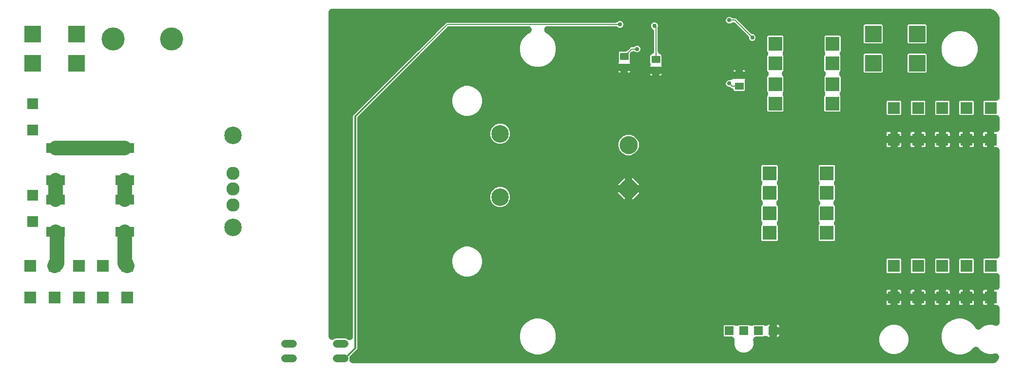
<source format=gbl>
G04 EAGLE Gerber RS-274X export*
G75*
%MOMM*%
%FSLAX34Y34*%
%LPD*%
%INBottom Copper*%
%IPPOS*%
%AMOC8*
5,1,8,0,0,1.08239X$1,22.5*%
G01*
%ADD10C,4.000000*%
%ADD11C,3.149600*%
%ADD12P,3.409096X8X292.500000*%
%ADD13R,1.500000X1.300000*%
%ADD14C,2.280000*%
%ADD15C,3.045000*%
%ADD16R,2.400000X2.400000*%
%ADD17C,1.320800*%
%ADD18R,2.100000X2.100000*%
%ADD19R,2.857500X2.857500*%
%ADD20R,1.575000X1.575000*%
%ADD21R,1.950000X1.950000*%
%ADD22R,3.200000X1.800000*%
%ADD23C,0.756400*%
%ADD24C,4.000000*%
%ADD25C,2.540000*%
%ADD26C,0.200000*%
%ADD27C,0.304800*%

G36*
X1698919Y13651D02*
X1698919Y13651D01*
X1698923Y13651D01*
X1699276Y13671D01*
X1699626Y13691D01*
X1699630Y13691D01*
X1699634Y13692D01*
X1699985Y13752D01*
X1700328Y13810D01*
X1700332Y13811D01*
X1700337Y13812D01*
X1700689Y13914D01*
X1701013Y14007D01*
X1701017Y14009D01*
X1701021Y14010D01*
X1701347Y14146D01*
X1701671Y14280D01*
X1701675Y14282D01*
X1701679Y14284D01*
X1701985Y14454D01*
X1702294Y14625D01*
X1702298Y14627D01*
X1702302Y14630D01*
X1702600Y14842D01*
X1702875Y15038D01*
X1702878Y15040D01*
X1702882Y15043D01*
X1703404Y15510D01*
X1705192Y17298D01*
X1705275Y17391D01*
X1705364Y17477D01*
X1705512Y17656D01*
X1705667Y17829D01*
X1705739Y17931D01*
X1705817Y18026D01*
X1705948Y18225D01*
X1706079Y18410D01*
X1706135Y18513D01*
X1706201Y18613D01*
X1707763Y21318D01*
X1707763Y21320D01*
X1707764Y21321D01*
X1707914Y21618D01*
X1708084Y21954D01*
X1708084Y21956D01*
X1708085Y21957D01*
X1708197Y22261D01*
X1708332Y22622D01*
X1708332Y22624D01*
X1708332Y22625D01*
X1708415Y22960D01*
X1708503Y23314D01*
X1708503Y23315D01*
X1708503Y23316D01*
X1708549Y23661D01*
X1708596Y24020D01*
X1708596Y24021D01*
X1708596Y24023D01*
X1708602Y24372D01*
X1708609Y24732D01*
X1708609Y24734D01*
X1708609Y24735D01*
X1708575Y25097D01*
X1708542Y25442D01*
X1708542Y25443D01*
X1708542Y25444D01*
X1708477Y25751D01*
X1708396Y26139D01*
X1708396Y26140D01*
X1708396Y26142D01*
X1708295Y26446D01*
X1708173Y26816D01*
X1708173Y26817D01*
X1708172Y26818D01*
X1708034Y27120D01*
X1707876Y27463D01*
X1707875Y27464D01*
X1707875Y27465D01*
X1707698Y27757D01*
X1707508Y28073D01*
X1707507Y28074D01*
X1707506Y28075D01*
X1707308Y28333D01*
X1707074Y28638D01*
X1707073Y28639D01*
X1707072Y28640D01*
X1706819Y28902D01*
X1706579Y29150D01*
X1706578Y29151D01*
X1706577Y29152D01*
X1706311Y29372D01*
X1706030Y29605D01*
X1706029Y29605D01*
X1706028Y29606D01*
X1705729Y29801D01*
X1705434Y29994D01*
X1705433Y29995D01*
X1705431Y29996D01*
X1705128Y30148D01*
X1704798Y30315D01*
X1704796Y30315D01*
X1704795Y30316D01*
X1704493Y30427D01*
X1704129Y30562D01*
X1704128Y30562D01*
X1704127Y30563D01*
X1703779Y30648D01*
X1703438Y30733D01*
X1703436Y30733D01*
X1703435Y30733D01*
X1703073Y30780D01*
X1702731Y30825D01*
X1702730Y30825D01*
X1702728Y30825D01*
X1702344Y30832D01*
X1702019Y30837D01*
X1702018Y30837D01*
X1702016Y30837D01*
X1701649Y30802D01*
X1701310Y30770D01*
X1701308Y30770D01*
X1701307Y30770D01*
X1700621Y30626D01*
X1697312Y29739D01*
X1690688Y29739D01*
X1684288Y31454D01*
X1678551Y34766D01*
X1673629Y39688D01*
X1673522Y39808D01*
X1673372Y39989D01*
X1673284Y40074D01*
X1673203Y40164D01*
X1673028Y40321D01*
X1672858Y40484D01*
X1672762Y40557D01*
X1672671Y40638D01*
X1672480Y40774D01*
X1672293Y40917D01*
X1672189Y40980D01*
X1672090Y41050D01*
X1671884Y41164D01*
X1671683Y41285D01*
X1671573Y41335D01*
X1671466Y41394D01*
X1671249Y41484D01*
X1671035Y41582D01*
X1670920Y41619D01*
X1670808Y41666D01*
X1670582Y41731D01*
X1670358Y41804D01*
X1670240Y41829D01*
X1670123Y41862D01*
X1669891Y41901D01*
X1669661Y41949D01*
X1669540Y41961D01*
X1669420Y41981D01*
X1669185Y41994D01*
X1668952Y42015D01*
X1668830Y42013D01*
X1668709Y42020D01*
X1668474Y42006D01*
X1668239Y42002D01*
X1668119Y41986D01*
X1667998Y41979D01*
X1667766Y41939D01*
X1667533Y41908D01*
X1667415Y41879D01*
X1667296Y41858D01*
X1667070Y41793D01*
X1666842Y41736D01*
X1666728Y41694D01*
X1666611Y41660D01*
X1666394Y41570D01*
X1666174Y41488D01*
X1666066Y41433D01*
X1665954Y41387D01*
X1665748Y41272D01*
X1665538Y41166D01*
X1665437Y41100D01*
X1665331Y41041D01*
X1665139Y40904D01*
X1664943Y40776D01*
X1664849Y40698D01*
X1664750Y40628D01*
X1664571Y40467D01*
X1664394Y40321D01*
X1664315Y40238D01*
X1664228Y40160D01*
X1659133Y35065D01*
X1652028Y30963D01*
X1644102Y28839D01*
X1635898Y28839D01*
X1627972Y30963D01*
X1620867Y35065D01*
X1615065Y40867D01*
X1610963Y47972D01*
X1608839Y55898D01*
X1608839Y64102D01*
X1610963Y72028D01*
X1615065Y79133D01*
X1620867Y84935D01*
X1627972Y89037D01*
X1635898Y91161D01*
X1644102Y91161D01*
X1652028Y89037D01*
X1659133Y84935D01*
X1664935Y79133D01*
X1667282Y75068D01*
X1667348Y74966D01*
X1667407Y74860D01*
X1667543Y74669D01*
X1667672Y74472D01*
X1667750Y74378D01*
X1667820Y74279D01*
X1667976Y74105D01*
X1668127Y73923D01*
X1668214Y73839D01*
X1668295Y73749D01*
X1668470Y73592D01*
X1668640Y73429D01*
X1668736Y73355D01*
X1668827Y73274D01*
X1669019Y73138D01*
X1669205Y72995D01*
X1669309Y72933D01*
X1669408Y72863D01*
X1669614Y72749D01*
X1669816Y72628D01*
X1669926Y72577D01*
X1670032Y72519D01*
X1670249Y72429D01*
X1670463Y72331D01*
X1670578Y72293D01*
X1670691Y72247D01*
X1670917Y72182D01*
X1671140Y72109D01*
X1671259Y72084D01*
X1671375Y72051D01*
X1671607Y72011D01*
X1671837Y71964D01*
X1671958Y71952D01*
X1672078Y71932D01*
X1672313Y71919D01*
X1672547Y71897D01*
X1672668Y71900D01*
X1672789Y71893D01*
X1673024Y71907D01*
X1673259Y71911D01*
X1673379Y71927D01*
X1673500Y71934D01*
X1673732Y71974D01*
X1673965Y72005D01*
X1674083Y72034D01*
X1674203Y72054D01*
X1674428Y72120D01*
X1674657Y72177D01*
X1674770Y72219D01*
X1674887Y72253D01*
X1675104Y72343D01*
X1675324Y72425D01*
X1675433Y72480D01*
X1675545Y72526D01*
X1675750Y72640D01*
X1675960Y72747D01*
X1676062Y72813D01*
X1676168Y72872D01*
X1676359Y73008D01*
X1676556Y73137D01*
X1676649Y73215D01*
X1676748Y73285D01*
X1676927Y73446D01*
X1677104Y73592D01*
X1677183Y73675D01*
X1677270Y73753D01*
X1678551Y75034D01*
X1684288Y78346D01*
X1690688Y80061D01*
X1697312Y80061D01*
X1701847Y78846D01*
X1701965Y78821D01*
X1702082Y78788D01*
X1702314Y78748D01*
X1702544Y78700D01*
X1702665Y78689D01*
X1702784Y78669D01*
X1703019Y78656D01*
X1703253Y78634D01*
X1703375Y78636D01*
X1703496Y78629D01*
X1703730Y78643D01*
X1703966Y78647D01*
X1704086Y78663D01*
X1704207Y78670D01*
X1704439Y78710D01*
X1704672Y78740D01*
X1704790Y78770D01*
X1704909Y78790D01*
X1705135Y78855D01*
X1705363Y78912D01*
X1705477Y78954D01*
X1705594Y78988D01*
X1705811Y79078D01*
X1706031Y79160D01*
X1706139Y79215D01*
X1706251Y79261D01*
X1706457Y79375D01*
X1706667Y79482D01*
X1706769Y79548D01*
X1706875Y79607D01*
X1707066Y79743D01*
X1707263Y79872D01*
X1707356Y79950D01*
X1707455Y80020D01*
X1707630Y80177D01*
X1707811Y80327D01*
X1707895Y80414D01*
X1707986Y80495D01*
X1708142Y80671D01*
X1708305Y80840D01*
X1708379Y80936D01*
X1708460Y81027D01*
X1708596Y81219D01*
X1708739Y81406D01*
X1708801Y81510D01*
X1708871Y81609D01*
X1708985Y81815D01*
X1709106Y82016D01*
X1709156Y82126D01*
X1709215Y82233D01*
X1709304Y82450D01*
X1709402Y82664D01*
X1709440Y82779D01*
X1709486Y82891D01*
X1709551Y83118D01*
X1709624Y83341D01*
X1709649Y83460D01*
X1709682Y83576D01*
X1709721Y83808D01*
X1709769Y84038D01*
X1709780Y84159D01*
X1709801Y84279D01*
X1709814Y84519D01*
X1709835Y84748D01*
X1709833Y84862D01*
X1709839Y84979D01*
X1709839Y108510D01*
X1709839Y108513D01*
X1709839Y108516D01*
X1709819Y108863D01*
X1709799Y109221D01*
X1709799Y109224D01*
X1709799Y109227D01*
X1709740Y109567D01*
X1709680Y109924D01*
X1709679Y109926D01*
X1709679Y109929D01*
X1709581Y110265D01*
X1709483Y110608D01*
X1709481Y110611D01*
X1709481Y110614D01*
X1709355Y110915D01*
X1709210Y111266D01*
X1709208Y111269D01*
X1709207Y111271D01*
X1709044Y111565D01*
X1708865Y111890D01*
X1708863Y111892D01*
X1708862Y111895D01*
X1708651Y112192D01*
X1708453Y112471D01*
X1708451Y112473D01*
X1708449Y112475D01*
X1708209Y112743D01*
X1707978Y113002D01*
X1707975Y113004D01*
X1707974Y113006D01*
X1707706Y113244D01*
X1707446Y113476D01*
X1707444Y113478D01*
X1707442Y113480D01*
X1707161Y113678D01*
X1706865Y113888D01*
X1706862Y113890D01*
X1706860Y113891D01*
X1706564Y114054D01*
X1706241Y114232D01*
X1706238Y114233D01*
X1706236Y114235D01*
X1705918Y114366D01*
X1705583Y114504D01*
X1705580Y114505D01*
X1705577Y114506D01*
X1705248Y114601D01*
X1704898Y114701D01*
X1704895Y114702D01*
X1704893Y114702D01*
X1704539Y114762D01*
X1704196Y114820D01*
X1704193Y114820D01*
X1704190Y114821D01*
X1703490Y114859D01*
X1700349Y114859D01*
X1700349Y127900D01*
X1700349Y140941D01*
X1703490Y140941D01*
X1703493Y140941D01*
X1703496Y140941D01*
X1703843Y140961D01*
X1704201Y140981D01*
X1704204Y140981D01*
X1704207Y140981D01*
X1704547Y141040D01*
X1704904Y141100D01*
X1704906Y141101D01*
X1704909Y141101D01*
X1705254Y141201D01*
X1705588Y141297D01*
X1705591Y141298D01*
X1705594Y141299D01*
X1705918Y141434D01*
X1706246Y141570D01*
X1706249Y141572D01*
X1706251Y141573D01*
X1706563Y141745D01*
X1706870Y141915D01*
X1706872Y141917D01*
X1706875Y141918D01*
X1707172Y142129D01*
X1707451Y142327D01*
X1707453Y142329D01*
X1707455Y142331D01*
X1707721Y142570D01*
X1707982Y142802D01*
X1707984Y142804D01*
X1707986Y142806D01*
X1708224Y143074D01*
X1708456Y143334D01*
X1708458Y143336D01*
X1708460Y143338D01*
X1708652Y143610D01*
X1708868Y143915D01*
X1708870Y143918D01*
X1708871Y143920D01*
X1709023Y144196D01*
X1709212Y144539D01*
X1709213Y144541D01*
X1709215Y144544D01*
X1709346Y144862D01*
X1709484Y145197D01*
X1709485Y145200D01*
X1709486Y145203D01*
X1709579Y145525D01*
X1709681Y145882D01*
X1709682Y145885D01*
X1709682Y145887D01*
X1709742Y146241D01*
X1709800Y146584D01*
X1709800Y146587D01*
X1709801Y146590D01*
X1709839Y147290D01*
X1709839Y164050D01*
X1709839Y164053D01*
X1709839Y164056D01*
X1709821Y164383D01*
X1709799Y164761D01*
X1709799Y164764D01*
X1709799Y164767D01*
X1709743Y165094D01*
X1709680Y165464D01*
X1709679Y165466D01*
X1709679Y165469D01*
X1709582Y165805D01*
X1709483Y166148D01*
X1709481Y166151D01*
X1709481Y166154D01*
X1709346Y166477D01*
X1709210Y166806D01*
X1709208Y166809D01*
X1709207Y166811D01*
X1709037Y167119D01*
X1708865Y167430D01*
X1708863Y167432D01*
X1708862Y167435D01*
X1708657Y167722D01*
X1708453Y168011D01*
X1708451Y168013D01*
X1708449Y168015D01*
X1708212Y168280D01*
X1707978Y168542D01*
X1707975Y168544D01*
X1707974Y168546D01*
X1707710Y168780D01*
X1707446Y169016D01*
X1707444Y169018D01*
X1707442Y169020D01*
X1707161Y169218D01*
X1706865Y169428D01*
X1706862Y169430D01*
X1706860Y169431D01*
X1706564Y169594D01*
X1706241Y169772D01*
X1706238Y169773D01*
X1706236Y169775D01*
X1705918Y169906D01*
X1705583Y170044D01*
X1705580Y170045D01*
X1705577Y170046D01*
X1705248Y170141D01*
X1704898Y170241D01*
X1704895Y170242D01*
X1704893Y170242D01*
X1704539Y170302D01*
X1704196Y170360D01*
X1704193Y170360D01*
X1704190Y170361D01*
X1703490Y170399D01*
X1683102Y170399D01*
X1682367Y170704D01*
X1681804Y171267D01*
X1681499Y172002D01*
X1681499Y193798D01*
X1681804Y194533D01*
X1682367Y195096D01*
X1683102Y195401D01*
X1703490Y195401D01*
X1703493Y195401D01*
X1703496Y195401D01*
X1703843Y195421D01*
X1704201Y195441D01*
X1704204Y195441D01*
X1704207Y195441D01*
X1704547Y195500D01*
X1704904Y195560D01*
X1704906Y195561D01*
X1704909Y195561D01*
X1705254Y195661D01*
X1705588Y195757D01*
X1705591Y195759D01*
X1705594Y195759D01*
X1705918Y195894D01*
X1706246Y196030D01*
X1706249Y196032D01*
X1706251Y196033D01*
X1706563Y196205D01*
X1706870Y196375D01*
X1706872Y196377D01*
X1706875Y196378D01*
X1707172Y196589D01*
X1707451Y196787D01*
X1707453Y196789D01*
X1707455Y196791D01*
X1707723Y197031D01*
X1707982Y197262D01*
X1707984Y197265D01*
X1707986Y197266D01*
X1708224Y197534D01*
X1708456Y197794D01*
X1708458Y197796D01*
X1708460Y197798D01*
X1708657Y198078D01*
X1708868Y198375D01*
X1708870Y198378D01*
X1708871Y198380D01*
X1709027Y198664D01*
X1709212Y198999D01*
X1709213Y199002D01*
X1709215Y199004D01*
X1709346Y199322D01*
X1709484Y199657D01*
X1709485Y199660D01*
X1709486Y199663D01*
X1709578Y199984D01*
X1709681Y200342D01*
X1709682Y200345D01*
X1709682Y200347D01*
X1709742Y200701D01*
X1709800Y201044D01*
X1709800Y201047D01*
X1709801Y201050D01*
X1709839Y201750D01*
X1709839Y383110D01*
X1709839Y383113D01*
X1709839Y383116D01*
X1709820Y383461D01*
X1709799Y383821D01*
X1709799Y383824D01*
X1709799Y383827D01*
X1709740Y384167D01*
X1709680Y384524D01*
X1709679Y384526D01*
X1709679Y384529D01*
X1709581Y384865D01*
X1709483Y385208D01*
X1709481Y385211D01*
X1709481Y385214D01*
X1709355Y385515D01*
X1709210Y385866D01*
X1709208Y385869D01*
X1709207Y385871D01*
X1709045Y386165D01*
X1708865Y386490D01*
X1708863Y386492D01*
X1708862Y386495D01*
X1708651Y386791D01*
X1708453Y387071D01*
X1708451Y387073D01*
X1708449Y387075D01*
X1708212Y387340D01*
X1707978Y387602D01*
X1707975Y387604D01*
X1707974Y387606D01*
X1707706Y387844D01*
X1707446Y388076D01*
X1707444Y388078D01*
X1707442Y388080D01*
X1707164Y388276D01*
X1706865Y388488D01*
X1706862Y388490D01*
X1706860Y388491D01*
X1706566Y388653D01*
X1706241Y388832D01*
X1706238Y388833D01*
X1706236Y388835D01*
X1705918Y388966D01*
X1705583Y389104D01*
X1705580Y389105D01*
X1705577Y389106D01*
X1705248Y389201D01*
X1704898Y389301D01*
X1704895Y389302D01*
X1704893Y389302D01*
X1704539Y389362D01*
X1704196Y389420D01*
X1704193Y389420D01*
X1704190Y389421D01*
X1703490Y389459D01*
X1700349Y389459D01*
X1700349Y402500D01*
X1700349Y415541D01*
X1703490Y415541D01*
X1703493Y415541D01*
X1703496Y415541D01*
X1703843Y415561D01*
X1704201Y415581D01*
X1704204Y415581D01*
X1704207Y415581D01*
X1704547Y415640D01*
X1704904Y415700D01*
X1704906Y415701D01*
X1704909Y415701D01*
X1705254Y415801D01*
X1705588Y415897D01*
X1705591Y415898D01*
X1705594Y415899D01*
X1705918Y416034D01*
X1706246Y416170D01*
X1706249Y416172D01*
X1706251Y416173D01*
X1706563Y416345D01*
X1706870Y416515D01*
X1706872Y416517D01*
X1706875Y416518D01*
X1707172Y416729D01*
X1707451Y416927D01*
X1707453Y416929D01*
X1707455Y416931D01*
X1707721Y417170D01*
X1707982Y417402D01*
X1707984Y417404D01*
X1707986Y417406D01*
X1708224Y417674D01*
X1708456Y417934D01*
X1708458Y417936D01*
X1708460Y417938D01*
X1708658Y418219D01*
X1708868Y418515D01*
X1708870Y418518D01*
X1708871Y418520D01*
X1709023Y418796D01*
X1709212Y419139D01*
X1709213Y419141D01*
X1709215Y419144D01*
X1709346Y419462D01*
X1709484Y419797D01*
X1709485Y419800D01*
X1709486Y419803D01*
X1709579Y420125D01*
X1709681Y420482D01*
X1709682Y420485D01*
X1709682Y420487D01*
X1709742Y420841D01*
X1709800Y421184D01*
X1709800Y421187D01*
X1709801Y421190D01*
X1709839Y421890D01*
X1709839Y438650D01*
X1709839Y438653D01*
X1709839Y438656D01*
X1709820Y438990D01*
X1709799Y439361D01*
X1709799Y439364D01*
X1709799Y439367D01*
X1709740Y439707D01*
X1709680Y440064D01*
X1709679Y440066D01*
X1709679Y440069D01*
X1709579Y440414D01*
X1709483Y440748D01*
X1709481Y440751D01*
X1709481Y440754D01*
X1709346Y441077D01*
X1709210Y441406D01*
X1709208Y441409D01*
X1709207Y441411D01*
X1709037Y441719D01*
X1708865Y442030D01*
X1708863Y442032D01*
X1708862Y442035D01*
X1708657Y442322D01*
X1708453Y442611D01*
X1708451Y442613D01*
X1708449Y442615D01*
X1708212Y442880D01*
X1707978Y443142D01*
X1707975Y443144D01*
X1707974Y443146D01*
X1707707Y443383D01*
X1707446Y443616D01*
X1707444Y443618D01*
X1707442Y443620D01*
X1707161Y443818D01*
X1706865Y444028D01*
X1706862Y444030D01*
X1706860Y444031D01*
X1706564Y444194D01*
X1706241Y444372D01*
X1706238Y444373D01*
X1706236Y444375D01*
X1705921Y444505D01*
X1705583Y444644D01*
X1705580Y444645D01*
X1705577Y444646D01*
X1705248Y444741D01*
X1704898Y444841D01*
X1704895Y444842D01*
X1704893Y444842D01*
X1704539Y444902D01*
X1704196Y444960D01*
X1704193Y444960D01*
X1704190Y444961D01*
X1703490Y444999D01*
X1683102Y444999D01*
X1682367Y445304D01*
X1681804Y445867D01*
X1681499Y446602D01*
X1681499Y468398D01*
X1681804Y469133D01*
X1682367Y469696D01*
X1683102Y470001D01*
X1703490Y470001D01*
X1703493Y470001D01*
X1703496Y470001D01*
X1703843Y470021D01*
X1704201Y470041D01*
X1704204Y470041D01*
X1704207Y470041D01*
X1704547Y470100D01*
X1704904Y470160D01*
X1704906Y470161D01*
X1704909Y470161D01*
X1705254Y470261D01*
X1705588Y470357D01*
X1705591Y470359D01*
X1705594Y470359D01*
X1705918Y470494D01*
X1706246Y470630D01*
X1706249Y470632D01*
X1706251Y470633D01*
X1706563Y470805D01*
X1706870Y470975D01*
X1706872Y470977D01*
X1706875Y470978D01*
X1707172Y471189D01*
X1707451Y471387D01*
X1707453Y471389D01*
X1707455Y471391D01*
X1707723Y471631D01*
X1707982Y471862D01*
X1707984Y471865D01*
X1707986Y471866D01*
X1708224Y472134D01*
X1708456Y472394D01*
X1708458Y472396D01*
X1708460Y472398D01*
X1708657Y472678D01*
X1708868Y472975D01*
X1708870Y472978D01*
X1708871Y472980D01*
X1709031Y473271D01*
X1709212Y473599D01*
X1709213Y473602D01*
X1709215Y473604D01*
X1709346Y473922D01*
X1709484Y474257D01*
X1709485Y474260D01*
X1709486Y474263D01*
X1709578Y474584D01*
X1709681Y474942D01*
X1709682Y474945D01*
X1709682Y474947D01*
X1709740Y475292D01*
X1709800Y475644D01*
X1709800Y475647D01*
X1709801Y475650D01*
X1709839Y476350D01*
X1709839Y610000D01*
X1709828Y610203D01*
X1709826Y610415D01*
X1709710Y612176D01*
X1709677Y612446D01*
X1709651Y612718D01*
X1709634Y612801D01*
X1709624Y612883D01*
X1709564Y613134D01*
X1709508Y613404D01*
X1708596Y616806D01*
X1708557Y616924D01*
X1708527Y617044D01*
X1708446Y617262D01*
X1708373Y617482D01*
X1708322Y617595D01*
X1708278Y617711D01*
X1708171Y617924D01*
X1708076Y618130D01*
X1708016Y618230D01*
X1707962Y618337D01*
X1706201Y621387D01*
X1706133Y621491D01*
X1706073Y621599D01*
X1705938Y621789D01*
X1705811Y621983D01*
X1705732Y622078D01*
X1705660Y622180D01*
X1705501Y622357D01*
X1705356Y622531D01*
X1705272Y622613D01*
X1705192Y622702D01*
X1702702Y625192D01*
X1702609Y625275D01*
X1702523Y625364D01*
X1702344Y625512D01*
X1702171Y625667D01*
X1702069Y625739D01*
X1701974Y625818D01*
X1701775Y625948D01*
X1701590Y626079D01*
X1701487Y626135D01*
X1701387Y626201D01*
X1698337Y627962D01*
X1698226Y628018D01*
X1698120Y628082D01*
X1697908Y628178D01*
X1697701Y628283D01*
X1697585Y628326D01*
X1697472Y628378D01*
X1697246Y628452D01*
X1697033Y628531D01*
X1696920Y628559D01*
X1696806Y628596D01*
X1693404Y629508D01*
X1693136Y629563D01*
X1692872Y629626D01*
X1692788Y629636D01*
X1692707Y629653D01*
X1692449Y629677D01*
X1692176Y629710D01*
X1690415Y629826D01*
X1690212Y629828D01*
X1690000Y629839D01*
X550000Y629839D01*
X549997Y629839D01*
X549994Y629839D01*
X549647Y629819D01*
X549289Y629799D01*
X549286Y629799D01*
X549283Y629799D01*
X548943Y629740D01*
X548586Y629680D01*
X548584Y629679D01*
X548581Y629679D01*
X548236Y629579D01*
X547902Y629483D01*
X547899Y629481D01*
X547896Y629481D01*
X547572Y629346D01*
X547244Y629210D01*
X547241Y629208D01*
X547239Y629207D01*
X546927Y629035D01*
X546620Y628865D01*
X546618Y628863D01*
X546615Y628862D01*
X546318Y628651D01*
X546039Y628453D01*
X546037Y628451D01*
X546035Y628449D01*
X545767Y628209D01*
X545508Y627978D01*
X545506Y627975D01*
X545504Y627974D01*
X545266Y627706D01*
X545034Y627446D01*
X545032Y627444D01*
X545030Y627442D01*
X544820Y627144D01*
X544622Y626865D01*
X544620Y626862D01*
X544619Y626860D01*
X544450Y626554D01*
X544278Y626241D01*
X544277Y626238D01*
X544275Y626236D01*
X544144Y625918D01*
X544006Y625583D01*
X544005Y625580D01*
X544004Y625577D01*
X543909Y625246D01*
X543809Y624898D01*
X543808Y624895D01*
X543808Y624893D01*
X543748Y624539D01*
X543690Y624196D01*
X543690Y624193D01*
X543689Y624190D01*
X543651Y623490D01*
X543651Y60531D01*
X543661Y60351D01*
X543661Y60170D01*
X543681Y59996D01*
X543691Y59820D01*
X543721Y59642D01*
X543741Y59463D01*
X543781Y59291D01*
X543810Y59117D01*
X543860Y58944D01*
X543900Y58768D01*
X543959Y58602D01*
X544007Y58433D01*
X544077Y58266D01*
X544136Y58096D01*
X544213Y57938D01*
X544280Y57775D01*
X544368Y57617D01*
X544446Y57454D01*
X544540Y57305D01*
X544625Y57151D01*
X544729Y57004D01*
X544826Y56851D01*
X544936Y56714D01*
X545038Y56570D01*
X545158Y56436D01*
X545270Y56295D01*
X545395Y56171D01*
X545512Y56039D01*
X545647Y55919D01*
X545775Y55792D01*
X545912Y55682D01*
X546044Y55565D01*
X546191Y55460D01*
X546332Y55348D01*
X546481Y55255D01*
X546625Y55153D01*
X546783Y55066D01*
X546936Y54970D01*
X547095Y54894D01*
X547249Y54809D01*
X547416Y54740D01*
X547578Y54662D01*
X547744Y54604D01*
X547907Y54537D01*
X548081Y54487D01*
X548251Y54427D01*
X548423Y54388D01*
X548592Y54340D01*
X548770Y54310D01*
X548946Y54270D01*
X549121Y54250D01*
X549294Y54221D01*
X549474Y54211D01*
X549654Y54191D01*
X549830Y54191D01*
X550006Y54182D01*
X550186Y54192D01*
X550366Y54192D01*
X550541Y54212D01*
X550717Y54222D01*
X550895Y54253D01*
X551074Y54273D01*
X551246Y54313D01*
X551419Y54342D01*
X551593Y54392D01*
X551768Y54433D01*
X551937Y54492D01*
X552104Y54540D01*
X552262Y54606D01*
X552430Y54665D01*
X556388Y56305D01*
X573020Y56305D01*
X576388Y54910D01*
X576485Y54841D01*
X576748Y54654D01*
X576750Y54653D01*
X576751Y54652D01*
X577082Y54470D01*
X577372Y54309D01*
X577373Y54309D01*
X577375Y54308D01*
X577704Y54172D01*
X578030Y54037D01*
X578032Y54036D01*
X578033Y54036D01*
X578406Y53929D01*
X578715Y53840D01*
X578716Y53839D01*
X578718Y53839D01*
X579081Y53778D01*
X579417Y53721D01*
X579419Y53720D01*
X579420Y53720D01*
X579769Y53701D01*
X580129Y53681D01*
X580130Y53681D01*
X580132Y53681D01*
X580469Y53700D01*
X580840Y53721D01*
X580842Y53721D01*
X580843Y53721D01*
X581155Y53775D01*
X581542Y53841D01*
X581544Y53841D01*
X581545Y53842D01*
X581870Y53935D01*
X582227Y54038D01*
X582228Y54039D01*
X582230Y54039D01*
X582552Y54174D01*
X582885Y54311D01*
X582886Y54312D01*
X582887Y54313D01*
X583210Y54492D01*
X583508Y54657D01*
X583509Y54657D01*
X583511Y54658D01*
X583798Y54862D01*
X584089Y55069D01*
X584090Y55070D01*
X584091Y55071D01*
X584345Y55298D01*
X584619Y55544D01*
X584620Y55546D01*
X584622Y55547D01*
X584849Y55802D01*
X585094Y56076D01*
X585095Y56077D01*
X585096Y56078D01*
X585296Y56362D01*
X585505Y56657D01*
X585506Y56659D01*
X585507Y56660D01*
X585659Y56935D01*
X585849Y57281D01*
X585850Y57283D01*
X585851Y57284D01*
X585963Y57556D01*
X586121Y57940D01*
X586122Y57941D01*
X586122Y57943D01*
X586212Y58255D01*
X586318Y58625D01*
X586318Y58626D01*
X586318Y58628D01*
X586374Y58956D01*
X586436Y59327D01*
X586436Y59329D01*
X586437Y59330D01*
X586475Y60030D01*
X586475Y443401D01*
X587012Y444697D01*
X698003Y555688D01*
X698102Y555729D01*
X698267Y555808D01*
X698436Y555879D01*
X698587Y555963D01*
X698743Y556038D01*
X698899Y556135D01*
X699059Y556224D01*
X699200Y556325D01*
X699347Y556417D01*
X699490Y556531D01*
X699639Y556638D01*
X699770Y556755D01*
X699903Y556861D01*
X700027Y556985D01*
X700161Y557105D01*
X730001Y586945D01*
X736350Y593294D01*
X736351Y593294D01*
X742700Y599643D01*
X742700Y599644D01*
X748300Y605244D01*
X749403Y605701D01*
X1042193Y605701D01*
X1042197Y605701D01*
X1042201Y605701D01*
X1042555Y605721D01*
X1042904Y605741D01*
X1042908Y605741D01*
X1042913Y605742D01*
X1043263Y605802D01*
X1043606Y605860D01*
X1043610Y605861D01*
X1043615Y605862D01*
X1043967Y605964D01*
X1044291Y606057D01*
X1044295Y606059D01*
X1044299Y606060D01*
X1044625Y606196D01*
X1044949Y606330D01*
X1044953Y606332D01*
X1044957Y606334D01*
X1045264Y606504D01*
X1045572Y606675D01*
X1045576Y606677D01*
X1045580Y606680D01*
X1045878Y606892D01*
X1046153Y607087D01*
X1046156Y607090D01*
X1046160Y607093D01*
X1046682Y607560D01*
X1046724Y607602D01*
X1048850Y608483D01*
X1051150Y608483D01*
X1053276Y607602D01*
X1054902Y605976D01*
X1055783Y603850D01*
X1055783Y601550D01*
X1054902Y599424D01*
X1053276Y597798D01*
X1051150Y596917D01*
X1048850Y596917D01*
X1046724Y597798D01*
X1046682Y597840D01*
X1046679Y597842D01*
X1046676Y597846D01*
X1046414Y598080D01*
X1046151Y598314D01*
X1046148Y598317D01*
X1046144Y598320D01*
X1045863Y598519D01*
X1045570Y598727D01*
X1045566Y598729D01*
X1045563Y598731D01*
X1045252Y598902D01*
X1044946Y599071D01*
X1044943Y599073D01*
X1044939Y599075D01*
X1044614Y599209D01*
X1044288Y599344D01*
X1044284Y599345D01*
X1044280Y599346D01*
X1043942Y599443D01*
X1043604Y599541D01*
X1043599Y599541D01*
X1043595Y599542D01*
X1043239Y599602D01*
X1042901Y599660D01*
X1042897Y599660D01*
X1042893Y599661D01*
X1042193Y599699D01*
X924756Y599699D01*
X924636Y599693D01*
X924517Y599695D01*
X924281Y599673D01*
X924045Y599659D01*
X923927Y599639D01*
X923807Y599628D01*
X923575Y599580D01*
X923342Y599540D01*
X923227Y599507D01*
X923110Y599482D01*
X922885Y599408D01*
X922658Y599343D01*
X922547Y599297D01*
X922433Y599259D01*
X922218Y599160D01*
X922000Y599070D01*
X921895Y599012D01*
X921786Y598962D01*
X921583Y598839D01*
X921376Y598725D01*
X921279Y598656D01*
X921176Y598594D01*
X920988Y598449D01*
X920795Y598313D01*
X920706Y598233D01*
X920611Y598160D01*
X920441Y597995D01*
X920264Y597838D01*
X920184Y597748D01*
X920098Y597665D01*
X919948Y597483D01*
X919790Y597306D01*
X919721Y597208D01*
X919644Y597116D01*
X919515Y596918D01*
X919378Y596725D01*
X919320Y596620D01*
X919255Y596520D01*
X919148Y596309D01*
X919034Y596101D01*
X918988Y595990D01*
X918934Y595883D01*
X918852Y595662D01*
X918762Y595443D01*
X918728Y595328D01*
X918687Y595215D01*
X918630Y594986D01*
X918565Y594758D01*
X918545Y594640D01*
X918516Y594524D01*
X918486Y594289D01*
X918446Y594056D01*
X918439Y593936D01*
X918424Y593817D01*
X918420Y593581D01*
X918407Y593344D01*
X918414Y593224D01*
X918412Y593105D01*
X918434Y592869D01*
X918447Y592633D01*
X918468Y592515D01*
X918479Y592396D01*
X918528Y592163D01*
X918567Y591931D01*
X918601Y591816D01*
X918625Y591698D01*
X918700Y591473D01*
X918765Y591246D01*
X918811Y591136D01*
X918849Y591022D01*
X918948Y590807D01*
X919039Y590589D01*
X919097Y590484D01*
X919147Y590375D01*
X919269Y590172D01*
X919384Y589965D01*
X919454Y589868D01*
X919516Y589765D01*
X919660Y589578D01*
X919797Y589385D01*
X919877Y589296D01*
X919950Y589201D01*
X920115Y589030D01*
X920272Y588854D01*
X920362Y588775D01*
X920445Y588688D01*
X920628Y588538D01*
X920804Y588380D01*
X920902Y588311D01*
X920995Y588235D01*
X921198Y588102D01*
X921386Y587969D01*
X921485Y587915D01*
X921581Y587851D01*
X926633Y584935D01*
X932435Y579133D01*
X936537Y572028D01*
X938661Y564102D01*
X938661Y555898D01*
X936537Y547972D01*
X932435Y540867D01*
X926633Y535065D01*
X919528Y530963D01*
X911602Y528839D01*
X903398Y528839D01*
X895472Y530963D01*
X888367Y535065D01*
X882565Y540867D01*
X878463Y547972D01*
X876339Y555898D01*
X876339Y564102D01*
X878463Y572028D01*
X882565Y579133D01*
X888367Y584935D01*
X893419Y587851D01*
X893519Y587917D01*
X893624Y587975D01*
X893816Y588112D01*
X894015Y588242D01*
X894107Y588318D01*
X894205Y588388D01*
X894381Y588545D01*
X894563Y588696D01*
X894646Y588783D01*
X894736Y588862D01*
X894893Y589039D01*
X895057Y589209D01*
X895130Y589305D01*
X895210Y589394D01*
X895347Y589587D01*
X895491Y589775D01*
X895553Y589877D01*
X895622Y589975D01*
X895737Y590183D01*
X895858Y590385D01*
X895908Y590494D01*
X895966Y590599D01*
X896057Y590818D01*
X896155Y591033D01*
X896193Y591147D01*
X896238Y591257D01*
X896304Y591484D01*
X896378Y591709D01*
X896402Y591827D01*
X896435Y591942D01*
X896475Y592175D01*
X896523Y592407D01*
X896534Y592526D01*
X896554Y592644D01*
X896567Y592881D01*
X896589Y593116D01*
X896587Y593236D01*
X896593Y593356D01*
X896580Y593592D01*
X896575Y593829D01*
X896559Y593947D01*
X896553Y594067D01*
X896513Y594300D01*
X896482Y594535D01*
X896453Y594651D01*
X896433Y594769D01*
X896367Y594997D01*
X896310Y595226D01*
X896268Y595338D01*
X896235Y595454D01*
X896144Y595672D01*
X896061Y595894D01*
X896007Y596001D01*
X895961Y596111D01*
X895847Y596319D01*
X895740Y596530D01*
X895674Y596630D01*
X895616Y596735D01*
X895479Y596927D01*
X895349Y597125D01*
X895272Y597218D01*
X895203Y597315D01*
X895045Y597491D01*
X894894Y597673D01*
X894807Y597756D01*
X894728Y597846D01*
X894551Y598003D01*
X894380Y598167D01*
X894285Y598240D01*
X894196Y598320D01*
X894002Y598456D01*
X893815Y598600D01*
X893712Y598662D01*
X893614Y598731D01*
X893407Y598845D01*
X893204Y598967D01*
X893095Y599017D01*
X892990Y599075D01*
X892771Y599165D01*
X892556Y599263D01*
X892442Y599301D01*
X892331Y599346D01*
X892104Y599411D01*
X891879Y599485D01*
X891762Y599509D01*
X891646Y599542D01*
X891413Y599582D01*
X891181Y599630D01*
X891062Y599641D01*
X890944Y599661D01*
X890702Y599674D01*
X890472Y599695D01*
X890359Y599693D01*
X890244Y599699D01*
X753873Y599699D01*
X753869Y599699D01*
X753864Y599699D01*
X753512Y599679D01*
X753162Y599659D01*
X753157Y599659D01*
X753153Y599658D01*
X752802Y599598D01*
X752459Y599540D01*
X752455Y599539D01*
X752451Y599538D01*
X752099Y599436D01*
X751775Y599343D01*
X751771Y599341D01*
X751767Y599340D01*
X751441Y599204D01*
X751117Y599070D01*
X751113Y599068D01*
X751109Y599066D01*
X750802Y598896D01*
X750493Y598725D01*
X750490Y598723D01*
X750486Y598720D01*
X750187Y598508D01*
X749912Y598313D01*
X749909Y598310D01*
X749906Y598307D01*
X749383Y597840D01*
X747464Y595920D01*
X741115Y589571D01*
X741114Y589571D01*
X734765Y583222D01*
X728416Y576872D01*
X704405Y552861D01*
X704283Y552725D01*
X704154Y552595D01*
X704046Y552459D01*
X703930Y552330D01*
X703824Y552181D01*
X703710Y552037D01*
X703618Y551890D01*
X703518Y551749D01*
X703430Y551589D01*
X703332Y551433D01*
X703256Y551275D01*
X703174Y551126D01*
X703107Y550964D01*
X703029Y550802D01*
X702988Y550703D01*
X595384Y443100D01*
X595382Y443096D01*
X595378Y443094D01*
X595144Y442831D01*
X594910Y442568D01*
X594907Y442565D01*
X594904Y442562D01*
X594696Y442267D01*
X594497Y441987D01*
X594495Y441984D01*
X594493Y441980D01*
X594322Y441670D01*
X594153Y441364D01*
X594151Y441360D01*
X594149Y441356D01*
X594015Y441031D01*
X593880Y440706D01*
X593879Y440701D01*
X593878Y440697D01*
X593781Y440359D01*
X593683Y440021D01*
X593683Y440017D01*
X593682Y440013D01*
X593622Y439656D01*
X593564Y439319D01*
X593564Y439314D01*
X593563Y439310D01*
X593525Y438610D01*
X593525Y39299D01*
X592988Y38003D01*
X581772Y26788D01*
X581770Y26784D01*
X581766Y26782D01*
X581523Y26509D01*
X581298Y26256D01*
X581295Y26253D01*
X581292Y26250D01*
X581091Y25965D01*
X580885Y25675D01*
X580883Y25672D01*
X580881Y25668D01*
X580710Y25358D01*
X580541Y25052D01*
X580539Y25048D01*
X580537Y25044D01*
X580403Y24718D01*
X580268Y24394D01*
X580267Y24389D01*
X580266Y24385D01*
X580169Y24047D01*
X580071Y23709D01*
X580071Y23705D01*
X580070Y23701D01*
X580010Y23344D01*
X579952Y23007D01*
X579952Y23002D01*
X579951Y22998D01*
X579913Y22298D01*
X579913Y20000D01*
X579913Y19997D01*
X579913Y19994D01*
X579934Y19628D01*
X579953Y19289D01*
X579953Y19286D01*
X579953Y19283D01*
X580012Y18943D01*
X580072Y18586D01*
X580073Y18584D01*
X580073Y18581D01*
X580173Y18236D01*
X580269Y17902D01*
X580271Y17899D01*
X580271Y17896D01*
X580408Y17567D01*
X580542Y17244D01*
X580544Y17241D01*
X580545Y17239D01*
X580722Y16919D01*
X580887Y16620D01*
X580889Y16618D01*
X580890Y16615D01*
X581109Y16308D01*
X581299Y16039D01*
X581301Y16037D01*
X581303Y16035D01*
X581543Y15767D01*
X581774Y15508D01*
X581777Y15507D01*
X581778Y15504D01*
X582046Y15266D01*
X582306Y15034D01*
X582308Y15032D01*
X582310Y15030D01*
X582591Y14832D01*
X582887Y14622D01*
X582890Y14620D01*
X582892Y14619D01*
X583188Y14456D01*
X583511Y14278D01*
X583514Y14277D01*
X583516Y14275D01*
X583834Y14144D01*
X584169Y14006D01*
X584172Y14005D01*
X584175Y14004D01*
X584504Y13910D01*
X584854Y13809D01*
X584857Y13808D01*
X584859Y13808D01*
X585213Y13748D01*
X585556Y13690D01*
X585559Y13690D01*
X585562Y13689D01*
X586262Y13651D01*
X1698915Y13651D01*
X1698919Y13651D01*
G37*
%LPC*%
G36*
X1406802Y450999D02*
X1406802Y450999D01*
X1406067Y451304D01*
X1405504Y451867D01*
X1405199Y452602D01*
X1405199Y477398D01*
X1405580Y478316D01*
X1405655Y478423D01*
X1405868Y478723D01*
X1405869Y478726D01*
X1405871Y478728D01*
X1406039Y479033D01*
X1406212Y479346D01*
X1406213Y479349D01*
X1406215Y479352D01*
X1406351Y479681D01*
X1406485Y480005D01*
X1406486Y480008D01*
X1406487Y480010D01*
X1406585Y480352D01*
X1406682Y480689D01*
X1406682Y480692D01*
X1406683Y480695D01*
X1406744Y481057D01*
X1406801Y481392D01*
X1406801Y481395D01*
X1406802Y481398D01*
X1406822Y481763D01*
X1406841Y482103D01*
X1406840Y482106D01*
X1406841Y482109D01*
X1406820Y482461D01*
X1406800Y482814D01*
X1406800Y482817D01*
X1406800Y482820D01*
X1406740Y483166D01*
X1406681Y483516D01*
X1406680Y483519D01*
X1406679Y483523D01*
X1406584Y483852D01*
X1406483Y484201D01*
X1406482Y484204D01*
X1406481Y484207D01*
X1406348Y484527D01*
X1406210Y484859D01*
X1406208Y484862D01*
X1406207Y484865D01*
X1406039Y485168D01*
X1405865Y485482D01*
X1405863Y485485D01*
X1405861Y485488D01*
X1405860Y485489D01*
X1405399Y486602D01*
X1405399Y511398D01*
X1405704Y512133D01*
X1405981Y512410D01*
X1405983Y512412D01*
X1405985Y512414D01*
X1406221Y512679D01*
X1406456Y512942D01*
X1406457Y512944D01*
X1406459Y512946D01*
X1406660Y513229D01*
X1406868Y513523D01*
X1406869Y513525D01*
X1406871Y513528D01*
X1407042Y513837D01*
X1407212Y514146D01*
X1407213Y514149D01*
X1407215Y514151D01*
X1407353Y514485D01*
X1407485Y514804D01*
X1407486Y514807D01*
X1407487Y514810D01*
X1407577Y515124D01*
X1407682Y515489D01*
X1407682Y515492D01*
X1407683Y515495D01*
X1407740Y515832D01*
X1407801Y516191D01*
X1407801Y516194D01*
X1407802Y516197D01*
X1407821Y516554D01*
X1407841Y516903D01*
X1407840Y516906D01*
X1407841Y516909D01*
X1407821Y517254D01*
X1407800Y517614D01*
X1407800Y517617D01*
X1407800Y517620D01*
X1407739Y517972D01*
X1407681Y518316D01*
X1407680Y518319D01*
X1407679Y518322D01*
X1407577Y518677D01*
X1407483Y519001D01*
X1407482Y519003D01*
X1407481Y519006D01*
X1407345Y519333D01*
X1407210Y519659D01*
X1407208Y519661D01*
X1407207Y519664D01*
X1407041Y519964D01*
X1406865Y520282D01*
X1406863Y520284D01*
X1406862Y520287D01*
X1406658Y520573D01*
X1406452Y520863D01*
X1406450Y520865D01*
X1406449Y520867D01*
X1405981Y521390D01*
X1405977Y521393D01*
X1405977Y521394D01*
X1405504Y521867D01*
X1405199Y522602D01*
X1405199Y547398D01*
X1405580Y548316D01*
X1405647Y548412D01*
X1405868Y548723D01*
X1405869Y548726D01*
X1405871Y548728D01*
X1406044Y549041D01*
X1406212Y549346D01*
X1406213Y549349D01*
X1406215Y549352D01*
X1406352Y549684D01*
X1406485Y550005D01*
X1406486Y550008D01*
X1406487Y550010D01*
X1406585Y550352D01*
X1406682Y550689D01*
X1406682Y550692D01*
X1406683Y550695D01*
X1406744Y551057D01*
X1406801Y551392D01*
X1406801Y551395D01*
X1406802Y551398D01*
X1406821Y551749D01*
X1406841Y552103D01*
X1406840Y552106D01*
X1406841Y552109D01*
X1406820Y552461D01*
X1406800Y552814D01*
X1406800Y552817D01*
X1406800Y552820D01*
X1406740Y553166D01*
X1406681Y553516D01*
X1406680Y553519D01*
X1406679Y553523D01*
X1406587Y553842D01*
X1406483Y554201D01*
X1406482Y554204D01*
X1406481Y554207D01*
X1406355Y554510D01*
X1406210Y554859D01*
X1406208Y554862D01*
X1406207Y554865D01*
X1406038Y555169D01*
X1405865Y555482D01*
X1405863Y555485D01*
X1405861Y555488D01*
X1405860Y555489D01*
X1405399Y556602D01*
X1405399Y581398D01*
X1405704Y582133D01*
X1406267Y582696D01*
X1407002Y583001D01*
X1431798Y583001D01*
X1432533Y582696D01*
X1433096Y582133D01*
X1433401Y581398D01*
X1433401Y556602D01*
X1433020Y555684D01*
X1432930Y555556D01*
X1432732Y555278D01*
X1432731Y555275D01*
X1432729Y555272D01*
X1432554Y554955D01*
X1432388Y554654D01*
X1432387Y554651D01*
X1432385Y554649D01*
X1432246Y554311D01*
X1432115Y553996D01*
X1432114Y553993D01*
X1432113Y553990D01*
X1432018Y553659D01*
X1431918Y553311D01*
X1431918Y553308D01*
X1431917Y553305D01*
X1431857Y552953D01*
X1431799Y552609D01*
X1431799Y552606D01*
X1431798Y552603D01*
X1431777Y552215D01*
X1431759Y551897D01*
X1431760Y551894D01*
X1431759Y551891D01*
X1431780Y551541D01*
X1431800Y551186D01*
X1431800Y551183D01*
X1431800Y551180D01*
X1431859Y550840D01*
X1431919Y550484D01*
X1431920Y550481D01*
X1431921Y550478D01*
X1432021Y550132D01*
X1432117Y549799D01*
X1432118Y549797D01*
X1432119Y549794D01*
X1432253Y549472D01*
X1432390Y549141D01*
X1432392Y549139D01*
X1432393Y549136D01*
X1432557Y548839D01*
X1432735Y548518D01*
X1432737Y548516D01*
X1432738Y548513D01*
X1432740Y548511D01*
X1433201Y547398D01*
X1433201Y522602D01*
X1432896Y521867D01*
X1432619Y521590D01*
X1432617Y521587D01*
X1432615Y521585D01*
X1432383Y521326D01*
X1432144Y521058D01*
X1432143Y521056D01*
X1432141Y521054D01*
X1431945Y520777D01*
X1431732Y520477D01*
X1431731Y520475D01*
X1431729Y520472D01*
X1431557Y520160D01*
X1431388Y519854D01*
X1431387Y519851D01*
X1431385Y519848D01*
X1431240Y519498D01*
X1431115Y519195D01*
X1431114Y519193D01*
X1431113Y519190D01*
X1431012Y518837D01*
X1430918Y518511D01*
X1430918Y518508D01*
X1430917Y518505D01*
X1430855Y518136D01*
X1430799Y517808D01*
X1430799Y517806D01*
X1430798Y517803D01*
X1430778Y517429D01*
X1430759Y517097D01*
X1430760Y517094D01*
X1430759Y517091D01*
X1430780Y516728D01*
X1430800Y516386D01*
X1430800Y516383D01*
X1430800Y516380D01*
X1430861Y516025D01*
X1430919Y515684D01*
X1430920Y515681D01*
X1430921Y515678D01*
X1431017Y515344D01*
X1431117Y514999D01*
X1431118Y514997D01*
X1431119Y514994D01*
X1431256Y514665D01*
X1431390Y514341D01*
X1431392Y514338D01*
X1431393Y514336D01*
X1431563Y514029D01*
X1431735Y513718D01*
X1431737Y513715D01*
X1431738Y513713D01*
X1431957Y513405D01*
X1432148Y513137D01*
X1432150Y513135D01*
X1432152Y513133D01*
X1432619Y512610D01*
X1433096Y512133D01*
X1433401Y511398D01*
X1433401Y486602D01*
X1433020Y485684D01*
X1432930Y485556D01*
X1432732Y485278D01*
X1432731Y485275D01*
X1432729Y485272D01*
X1432554Y484955D01*
X1432388Y484654D01*
X1432387Y484651D01*
X1432385Y484649D01*
X1432250Y484321D01*
X1432115Y483996D01*
X1432114Y483993D01*
X1432113Y483990D01*
X1432016Y483652D01*
X1431918Y483311D01*
X1431918Y483308D01*
X1431917Y483305D01*
X1431857Y482953D01*
X1431799Y482609D01*
X1431799Y482606D01*
X1431798Y482603D01*
X1431777Y482215D01*
X1431759Y481897D01*
X1431760Y481894D01*
X1431759Y481891D01*
X1431780Y481542D01*
X1431800Y481186D01*
X1431800Y481183D01*
X1431800Y481180D01*
X1431859Y480838D01*
X1431919Y480484D01*
X1431920Y480481D01*
X1431921Y480478D01*
X1432021Y480132D01*
X1432117Y479799D01*
X1432118Y479797D01*
X1432119Y479794D01*
X1432253Y479472D01*
X1432390Y479141D01*
X1432392Y479139D01*
X1432393Y479136D01*
X1432563Y478830D01*
X1432735Y478518D01*
X1432737Y478516D01*
X1432738Y478513D01*
X1432740Y478511D01*
X1433201Y477398D01*
X1433201Y452602D01*
X1432896Y451867D01*
X1432333Y451304D01*
X1431598Y450999D01*
X1406802Y450999D01*
G37*
%LPD*%
%LPC*%
G36*
X1396802Y225999D02*
X1396802Y225999D01*
X1396067Y226304D01*
X1395504Y226867D01*
X1395199Y227602D01*
X1395199Y252398D01*
X1395580Y253316D01*
X1395655Y253423D01*
X1395868Y253723D01*
X1395869Y253726D01*
X1395871Y253728D01*
X1396047Y254047D01*
X1396212Y254346D01*
X1396213Y254349D01*
X1396215Y254352D01*
X1396353Y254687D01*
X1396485Y255005D01*
X1396486Y255008D01*
X1396487Y255010D01*
X1396585Y255352D01*
X1396682Y255689D01*
X1396682Y255692D01*
X1396683Y255695D01*
X1396744Y256057D01*
X1396801Y256392D01*
X1396801Y256395D01*
X1396802Y256398D01*
X1396822Y256763D01*
X1396841Y257103D01*
X1396840Y257106D01*
X1396841Y257109D01*
X1396821Y257453D01*
X1396800Y257814D01*
X1396800Y257817D01*
X1396800Y257820D01*
X1396740Y258166D01*
X1396681Y258516D01*
X1396680Y258519D01*
X1396679Y258523D01*
X1396582Y258857D01*
X1396483Y259201D01*
X1396482Y259204D01*
X1396481Y259207D01*
X1396348Y259527D01*
X1396210Y259859D01*
X1396208Y259862D01*
X1396207Y259865D01*
X1396038Y260169D01*
X1395865Y260482D01*
X1395863Y260485D01*
X1395861Y260488D01*
X1395860Y260489D01*
X1395399Y261602D01*
X1395399Y286398D01*
X1395704Y287133D01*
X1395981Y287410D01*
X1395983Y287412D01*
X1395985Y287414D01*
X1396225Y287684D01*
X1396456Y287942D01*
X1396457Y287944D01*
X1396459Y287946D01*
X1396663Y288234D01*
X1396868Y288523D01*
X1396869Y288525D01*
X1396871Y288528D01*
X1397043Y288839D01*
X1397212Y289146D01*
X1397213Y289149D01*
X1397215Y289151D01*
X1397353Y289487D01*
X1397485Y289804D01*
X1397486Y289807D01*
X1397487Y289810D01*
X1397583Y290145D01*
X1397682Y290489D01*
X1397682Y290492D01*
X1397683Y290495D01*
X1397741Y290838D01*
X1397801Y291191D01*
X1397801Y291194D01*
X1397802Y291197D01*
X1397821Y291545D01*
X1397841Y291903D01*
X1397840Y291906D01*
X1397841Y291909D01*
X1397820Y292259D01*
X1397800Y292614D01*
X1397800Y292617D01*
X1397800Y292620D01*
X1397740Y292970D01*
X1397681Y293316D01*
X1397680Y293319D01*
X1397679Y293322D01*
X1397584Y293652D01*
X1397483Y294001D01*
X1397482Y294003D01*
X1397481Y294006D01*
X1397345Y294333D01*
X1397210Y294659D01*
X1397208Y294661D01*
X1397207Y294664D01*
X1397041Y294964D01*
X1396865Y295282D01*
X1396863Y295284D01*
X1396862Y295287D01*
X1396658Y295573D01*
X1396452Y295863D01*
X1396450Y295865D01*
X1396449Y295867D01*
X1395981Y296390D01*
X1395977Y296393D01*
X1395977Y296394D01*
X1395504Y296867D01*
X1395199Y297602D01*
X1395199Y322398D01*
X1395580Y323316D01*
X1395655Y323423D01*
X1395868Y323723D01*
X1395869Y323726D01*
X1395871Y323728D01*
X1396047Y324047D01*
X1396212Y324346D01*
X1396213Y324349D01*
X1396215Y324352D01*
X1396353Y324687D01*
X1396485Y325005D01*
X1396486Y325008D01*
X1396487Y325010D01*
X1396585Y325352D01*
X1396682Y325689D01*
X1396682Y325692D01*
X1396683Y325695D01*
X1396744Y326057D01*
X1396801Y326392D01*
X1396801Y326395D01*
X1396802Y326398D01*
X1396822Y326763D01*
X1396841Y327103D01*
X1396840Y327106D01*
X1396841Y327109D01*
X1396821Y327450D01*
X1396800Y327814D01*
X1396800Y327817D01*
X1396800Y327820D01*
X1396740Y328166D01*
X1396681Y328516D01*
X1396680Y328519D01*
X1396679Y328523D01*
X1396582Y328857D01*
X1396483Y329201D01*
X1396482Y329204D01*
X1396481Y329207D01*
X1396348Y329527D01*
X1396210Y329859D01*
X1396208Y329862D01*
X1396207Y329865D01*
X1396038Y330169D01*
X1395865Y330482D01*
X1395863Y330485D01*
X1395861Y330488D01*
X1395860Y330489D01*
X1395399Y331602D01*
X1395399Y356398D01*
X1395704Y357133D01*
X1396267Y357696D01*
X1397002Y358001D01*
X1421798Y358001D01*
X1422533Y357696D01*
X1423096Y357133D01*
X1423401Y356398D01*
X1423401Y331602D01*
X1423020Y330684D01*
X1422930Y330556D01*
X1422732Y330278D01*
X1422731Y330275D01*
X1422729Y330272D01*
X1422554Y329955D01*
X1422388Y329654D01*
X1422387Y329651D01*
X1422385Y329649D01*
X1422250Y329321D01*
X1422115Y328996D01*
X1422114Y328993D01*
X1422113Y328990D01*
X1422019Y328662D01*
X1421918Y328311D01*
X1421918Y328308D01*
X1421917Y328305D01*
X1421856Y327942D01*
X1421799Y327609D01*
X1421799Y327606D01*
X1421798Y327603D01*
X1421778Y327236D01*
X1421759Y326897D01*
X1421760Y326894D01*
X1421759Y326891D01*
X1421780Y326542D01*
X1421800Y326186D01*
X1421800Y326183D01*
X1421800Y326180D01*
X1421858Y325841D01*
X1421919Y325484D01*
X1421920Y325481D01*
X1421921Y325478D01*
X1422025Y325117D01*
X1422117Y324799D01*
X1422118Y324797D01*
X1422119Y324794D01*
X1422253Y324472D01*
X1422390Y324141D01*
X1422392Y324139D01*
X1422393Y324136D01*
X1422557Y323839D01*
X1422735Y323518D01*
X1422737Y323516D01*
X1422738Y323513D01*
X1422740Y323511D01*
X1423201Y322398D01*
X1423201Y297602D01*
X1422896Y296867D01*
X1422619Y296590D01*
X1422617Y296587D01*
X1422615Y296585D01*
X1422383Y296326D01*
X1422144Y296058D01*
X1422143Y296056D01*
X1422141Y296054D01*
X1421939Y295769D01*
X1421732Y295477D01*
X1421731Y295475D01*
X1421729Y295472D01*
X1421557Y295160D01*
X1421388Y294854D01*
X1421387Y294851D01*
X1421385Y294848D01*
X1421247Y294513D01*
X1421115Y294195D01*
X1421114Y294193D01*
X1421113Y294190D01*
X1421012Y293838D01*
X1420918Y293511D01*
X1420918Y293508D01*
X1420917Y293505D01*
X1420855Y293139D01*
X1420799Y292808D01*
X1420799Y292806D01*
X1420798Y292803D01*
X1420778Y292433D01*
X1420759Y292097D01*
X1420760Y292094D01*
X1420759Y292091D01*
X1420780Y291736D01*
X1420800Y291386D01*
X1420800Y291383D01*
X1420800Y291380D01*
X1420860Y291031D01*
X1420919Y290684D01*
X1420920Y290681D01*
X1420921Y290678D01*
X1421017Y290344D01*
X1421117Y289999D01*
X1421118Y289997D01*
X1421119Y289994D01*
X1421255Y289666D01*
X1421390Y289341D01*
X1421392Y289338D01*
X1421393Y289336D01*
X1421561Y289033D01*
X1421735Y288718D01*
X1421737Y288715D01*
X1421738Y288713D01*
X1421950Y288415D01*
X1422148Y288137D01*
X1422150Y288135D01*
X1422152Y288133D01*
X1422619Y287610D01*
X1423096Y287133D01*
X1423401Y286398D01*
X1423401Y261602D01*
X1423020Y260684D01*
X1422922Y260545D01*
X1422732Y260278D01*
X1422731Y260275D01*
X1422729Y260272D01*
X1422554Y259955D01*
X1422388Y259654D01*
X1422387Y259651D01*
X1422385Y259649D01*
X1422248Y259318D01*
X1422115Y258996D01*
X1422114Y258993D01*
X1422113Y258990D01*
X1422019Y258662D01*
X1421918Y258311D01*
X1421918Y258308D01*
X1421917Y258305D01*
X1421857Y257953D01*
X1421799Y257609D01*
X1421799Y257606D01*
X1421798Y257603D01*
X1421778Y257236D01*
X1421759Y256897D01*
X1421760Y256894D01*
X1421759Y256891D01*
X1421780Y256542D01*
X1421800Y256186D01*
X1421800Y256183D01*
X1421800Y256180D01*
X1421858Y255841D01*
X1421919Y255484D01*
X1421920Y255481D01*
X1421921Y255478D01*
X1422022Y255127D01*
X1422117Y254799D01*
X1422118Y254797D01*
X1422119Y254794D01*
X1422253Y254472D01*
X1422390Y254141D01*
X1422392Y254139D01*
X1422393Y254136D01*
X1422557Y253839D01*
X1422735Y253518D01*
X1422737Y253516D01*
X1422738Y253513D01*
X1422740Y253511D01*
X1423201Y252398D01*
X1423201Y227602D01*
X1422896Y226867D01*
X1422333Y226304D01*
X1421598Y225999D01*
X1396802Y225999D01*
G37*
%LPD*%
%LPC*%
G36*
X1297602Y225999D02*
X1297602Y225999D01*
X1296867Y226304D01*
X1296304Y226867D01*
X1295999Y227602D01*
X1295999Y252398D01*
X1296421Y253415D01*
X1296568Y253623D01*
X1296569Y253625D01*
X1296571Y253628D01*
X1296744Y253942D01*
X1296912Y254246D01*
X1296913Y254249D01*
X1296915Y254252D01*
X1297049Y254577D01*
X1297185Y254905D01*
X1297186Y254907D01*
X1297187Y254910D01*
X1297288Y255263D01*
X1297382Y255589D01*
X1297382Y255592D01*
X1297383Y255595D01*
X1297445Y255960D01*
X1297501Y256292D01*
X1297501Y256295D01*
X1297502Y256298D01*
X1297521Y256659D01*
X1297541Y257003D01*
X1297540Y257006D01*
X1297541Y257009D01*
X1297520Y257364D01*
X1297500Y257714D01*
X1297500Y257717D01*
X1297500Y257720D01*
X1297441Y258060D01*
X1297381Y258416D01*
X1297380Y258420D01*
X1297379Y258422D01*
X1297281Y258760D01*
X1297183Y259101D01*
X1297182Y259104D01*
X1297181Y259107D01*
X1297042Y259441D01*
X1296910Y259759D01*
X1296908Y259762D01*
X1296907Y259764D01*
X1296737Y260072D01*
X1296565Y260382D01*
X1296563Y260385D01*
X1296562Y260387D01*
X1296420Y260586D01*
X1295999Y261602D01*
X1295999Y286398D01*
X1296304Y287133D01*
X1296681Y287510D01*
X1296683Y287512D01*
X1296685Y287514D01*
X1296925Y287784D01*
X1297156Y288042D01*
X1297157Y288044D01*
X1297159Y288046D01*
X1297363Y288334D01*
X1297568Y288623D01*
X1297569Y288625D01*
X1297571Y288628D01*
X1297743Y288939D01*
X1297912Y289246D01*
X1297913Y289249D01*
X1297915Y289251D01*
X1298053Y289587D01*
X1298185Y289904D01*
X1298186Y289907D01*
X1298187Y289910D01*
X1298283Y290245D01*
X1298382Y290589D01*
X1298382Y290592D01*
X1298383Y290595D01*
X1298439Y290925D01*
X1298501Y291291D01*
X1298501Y291294D01*
X1298502Y291297D01*
X1298520Y291638D01*
X1298541Y292003D01*
X1298540Y292006D01*
X1298541Y292009D01*
X1298520Y292363D01*
X1298500Y292714D01*
X1298500Y292717D01*
X1298500Y292720D01*
X1298439Y293075D01*
X1298381Y293416D01*
X1298380Y293419D01*
X1298379Y293422D01*
X1298277Y293777D01*
X1298183Y294101D01*
X1298182Y294103D01*
X1298181Y294106D01*
X1298056Y294407D01*
X1297910Y294759D01*
X1297908Y294761D01*
X1297907Y294764D01*
X1297741Y295065D01*
X1297565Y295382D01*
X1297563Y295384D01*
X1297562Y295387D01*
X1297358Y295673D01*
X1297152Y295963D01*
X1297150Y295965D01*
X1297149Y295967D01*
X1296681Y296490D01*
X1296304Y296867D01*
X1295999Y297602D01*
X1295999Y322398D01*
X1296421Y323415D01*
X1296568Y323623D01*
X1296569Y323625D01*
X1296571Y323628D01*
X1296744Y323942D01*
X1296912Y324246D01*
X1296913Y324249D01*
X1296915Y324252D01*
X1297049Y324576D01*
X1297185Y324905D01*
X1297186Y324907D01*
X1297187Y324910D01*
X1297288Y325263D01*
X1297382Y325589D01*
X1297382Y325592D01*
X1297383Y325595D01*
X1297445Y325960D01*
X1297501Y326292D01*
X1297501Y326295D01*
X1297502Y326298D01*
X1297521Y326659D01*
X1297541Y327003D01*
X1297540Y327006D01*
X1297541Y327009D01*
X1297520Y327364D01*
X1297500Y327714D01*
X1297500Y327717D01*
X1297500Y327720D01*
X1297441Y328060D01*
X1297381Y328416D01*
X1297380Y328420D01*
X1297379Y328422D01*
X1297281Y328760D01*
X1297183Y329101D01*
X1297182Y329104D01*
X1297181Y329107D01*
X1297045Y329433D01*
X1296910Y329759D01*
X1296908Y329762D01*
X1296907Y329764D01*
X1296736Y330073D01*
X1296565Y330382D01*
X1296563Y330385D01*
X1296562Y330387D01*
X1296420Y330586D01*
X1295999Y331602D01*
X1295999Y356398D01*
X1296304Y357133D01*
X1296867Y357696D01*
X1297602Y358001D01*
X1322398Y358001D01*
X1323133Y357696D01*
X1323696Y357133D01*
X1324001Y356398D01*
X1324001Y331602D01*
X1323579Y330585D01*
X1323432Y330378D01*
X1323431Y330375D01*
X1323429Y330372D01*
X1323252Y330050D01*
X1323088Y329754D01*
X1323087Y329751D01*
X1323085Y329749D01*
X1322947Y329415D01*
X1322815Y329096D01*
X1322814Y329093D01*
X1322813Y329090D01*
X1322718Y328758D01*
X1322618Y328411D01*
X1322618Y328408D01*
X1322617Y328405D01*
X1322556Y328043D01*
X1322499Y327709D01*
X1322499Y327706D01*
X1322498Y327703D01*
X1322478Y327339D01*
X1322459Y326998D01*
X1322460Y326995D01*
X1322459Y326991D01*
X1322480Y326637D01*
X1322500Y326286D01*
X1322500Y326283D01*
X1322500Y326280D01*
X1322561Y325925D01*
X1322619Y325584D01*
X1322620Y325581D01*
X1322621Y325578D01*
X1322724Y325221D01*
X1322817Y324899D01*
X1322818Y324897D01*
X1322819Y324894D01*
X1322956Y324565D01*
X1323090Y324241D01*
X1323091Y324239D01*
X1323093Y324236D01*
X1323260Y323934D01*
X1323435Y323618D01*
X1323437Y323616D01*
X1323438Y323613D01*
X1323580Y323414D01*
X1324001Y322398D01*
X1324001Y297602D01*
X1323696Y296867D01*
X1323319Y296490D01*
X1323317Y296487D01*
X1323315Y296485D01*
X1323076Y296218D01*
X1322844Y295958D01*
X1322843Y295956D01*
X1322841Y295954D01*
X1322637Y295666D01*
X1322432Y295377D01*
X1322431Y295375D01*
X1322429Y295372D01*
X1322250Y295047D01*
X1322088Y294754D01*
X1322087Y294751D01*
X1322085Y294748D01*
X1321947Y294413D01*
X1321815Y294095D01*
X1321814Y294093D01*
X1321813Y294090D01*
X1321711Y293735D01*
X1321618Y293411D01*
X1321618Y293408D01*
X1321617Y293405D01*
X1321554Y293033D01*
X1321499Y292708D01*
X1321499Y292706D01*
X1321498Y292703D01*
X1321479Y292341D01*
X1321459Y291997D01*
X1321460Y291994D01*
X1321459Y291991D01*
X1321480Y291636D01*
X1321500Y291286D01*
X1321500Y291283D01*
X1321500Y291280D01*
X1321561Y290925D01*
X1321619Y290584D01*
X1321620Y290581D01*
X1321621Y290578D01*
X1321717Y290244D01*
X1321817Y289899D01*
X1321818Y289897D01*
X1321819Y289894D01*
X1321955Y289566D01*
X1322090Y289241D01*
X1322092Y289238D01*
X1322093Y289236D01*
X1322261Y288933D01*
X1322435Y288618D01*
X1322437Y288615D01*
X1322438Y288613D01*
X1322655Y288308D01*
X1322848Y288037D01*
X1322850Y288035D01*
X1322852Y288033D01*
X1323319Y287510D01*
X1323696Y287133D01*
X1324001Y286398D01*
X1324001Y261602D01*
X1323579Y260585D01*
X1323432Y260378D01*
X1323431Y260375D01*
X1323429Y260372D01*
X1323253Y260054D01*
X1323088Y259754D01*
X1323087Y259751D01*
X1323085Y259749D01*
X1322945Y259410D01*
X1322815Y259096D01*
X1322814Y259093D01*
X1322813Y259090D01*
X1322718Y258758D01*
X1322618Y258411D01*
X1322618Y258408D01*
X1322617Y258405D01*
X1322558Y258053D01*
X1322499Y257709D01*
X1322499Y257706D01*
X1322498Y257703D01*
X1322477Y257315D01*
X1322459Y256998D01*
X1322460Y256995D01*
X1322459Y256991D01*
X1322480Y256637D01*
X1322500Y256286D01*
X1322500Y256283D01*
X1322500Y256280D01*
X1322561Y255925D01*
X1322619Y255584D01*
X1322620Y255581D01*
X1322621Y255578D01*
X1322724Y255221D01*
X1322817Y254899D01*
X1322818Y254897D01*
X1322819Y254894D01*
X1322956Y254565D01*
X1323090Y254241D01*
X1323091Y254239D01*
X1323093Y254236D01*
X1323260Y253934D01*
X1323435Y253618D01*
X1323437Y253616D01*
X1323438Y253613D01*
X1323580Y253414D01*
X1324001Y252398D01*
X1324001Y227602D01*
X1323696Y226867D01*
X1323133Y226304D01*
X1322398Y225999D01*
X1297602Y225999D01*
G37*
%LPD*%
%LPC*%
G36*
X1307602Y450999D02*
X1307602Y450999D01*
X1306867Y451304D01*
X1306304Y451867D01*
X1305999Y452602D01*
X1305999Y477398D01*
X1306421Y478415D01*
X1306568Y478623D01*
X1306569Y478625D01*
X1306571Y478628D01*
X1306737Y478930D01*
X1306912Y479246D01*
X1306913Y479249D01*
X1306915Y479252D01*
X1307055Y479592D01*
X1307185Y479905D01*
X1307186Y479907D01*
X1307187Y479910D01*
X1307286Y480256D01*
X1307382Y480589D01*
X1307382Y480592D01*
X1307383Y480595D01*
X1307445Y480960D01*
X1307501Y481292D01*
X1307501Y481295D01*
X1307502Y481298D01*
X1307520Y481642D01*
X1307541Y482003D01*
X1307540Y482006D01*
X1307541Y482009D01*
X1307521Y482346D01*
X1307500Y482714D01*
X1307500Y482717D01*
X1307500Y482720D01*
X1307441Y483060D01*
X1307381Y483416D01*
X1307380Y483420D01*
X1307379Y483422D01*
X1307281Y483760D01*
X1307183Y484101D01*
X1307182Y484104D01*
X1307181Y484107D01*
X1307042Y484441D01*
X1306910Y484759D01*
X1306908Y484762D01*
X1306907Y484764D01*
X1306736Y485073D01*
X1306565Y485382D01*
X1306563Y485385D01*
X1306562Y485387D01*
X1306420Y485586D01*
X1305999Y486602D01*
X1305999Y511398D01*
X1306304Y512133D01*
X1306681Y512510D01*
X1306683Y512512D01*
X1306685Y512514D01*
X1306925Y512783D01*
X1307156Y513042D01*
X1307157Y513044D01*
X1307159Y513046D01*
X1307354Y513321D01*
X1307568Y513623D01*
X1307569Y513625D01*
X1307571Y513628D01*
X1307732Y513921D01*
X1307912Y514246D01*
X1307913Y514249D01*
X1307915Y514251D01*
X1308053Y514587D01*
X1308185Y514904D01*
X1308186Y514907D01*
X1308187Y514910D01*
X1308283Y515245D01*
X1308382Y515589D01*
X1308382Y515592D01*
X1308383Y515595D01*
X1308442Y515943D01*
X1308501Y516291D01*
X1308501Y516294D01*
X1308502Y516297D01*
X1308521Y516651D01*
X1308541Y517003D01*
X1308540Y517006D01*
X1308541Y517009D01*
X1308521Y517345D01*
X1308500Y517714D01*
X1308500Y517717D01*
X1308500Y517720D01*
X1308440Y518066D01*
X1308381Y518416D01*
X1308380Y518419D01*
X1308379Y518422D01*
X1308282Y518759D01*
X1308183Y519101D01*
X1308182Y519103D01*
X1308181Y519106D01*
X1308047Y519428D01*
X1307910Y519759D01*
X1307908Y519761D01*
X1307907Y519764D01*
X1307742Y520061D01*
X1307565Y520382D01*
X1307563Y520384D01*
X1307562Y520387D01*
X1307362Y520667D01*
X1307152Y520963D01*
X1307150Y520965D01*
X1307149Y520967D01*
X1306681Y521490D01*
X1306304Y521867D01*
X1305999Y522602D01*
X1305999Y547398D01*
X1306421Y548415D01*
X1306568Y548623D01*
X1306569Y548625D01*
X1306571Y548628D01*
X1306743Y548939D01*
X1306912Y549246D01*
X1306913Y549249D01*
X1306915Y549252D01*
X1307054Y549588D01*
X1307185Y549905D01*
X1307186Y549907D01*
X1307187Y549910D01*
X1307288Y550263D01*
X1307382Y550589D01*
X1307382Y550592D01*
X1307383Y550595D01*
X1307444Y550953D01*
X1307501Y551292D01*
X1307501Y551295D01*
X1307502Y551298D01*
X1307521Y551652D01*
X1307541Y552003D01*
X1307540Y552006D01*
X1307541Y552009D01*
X1307521Y552356D01*
X1307500Y552714D01*
X1307500Y552717D01*
X1307500Y552720D01*
X1307443Y553052D01*
X1307381Y553416D01*
X1307380Y553420D01*
X1307379Y553422D01*
X1307281Y553760D01*
X1307183Y554101D01*
X1307182Y554104D01*
X1307181Y554107D01*
X1307048Y554426D01*
X1306910Y554759D01*
X1306908Y554762D01*
X1306907Y554764D01*
X1306736Y555073D01*
X1306565Y555382D01*
X1306563Y555385D01*
X1306562Y555387D01*
X1306420Y555586D01*
X1305999Y556602D01*
X1305999Y581398D01*
X1306304Y582133D01*
X1306867Y582696D01*
X1307602Y583001D01*
X1332398Y583001D01*
X1333133Y582696D01*
X1333696Y582133D01*
X1334001Y581398D01*
X1334001Y556602D01*
X1333579Y555585D01*
X1333432Y555378D01*
X1333431Y555375D01*
X1333429Y555372D01*
X1333256Y555059D01*
X1333088Y554754D01*
X1333087Y554751D01*
X1333085Y554749D01*
X1332947Y554415D01*
X1332815Y554096D01*
X1332814Y554093D01*
X1332813Y554090D01*
X1332718Y553758D01*
X1332618Y553411D01*
X1332618Y553408D01*
X1332617Y553405D01*
X1332556Y553046D01*
X1332499Y552709D01*
X1332499Y552706D01*
X1332498Y552703D01*
X1332477Y552317D01*
X1332459Y551998D01*
X1332460Y551995D01*
X1332459Y551991D01*
X1332481Y551620D01*
X1332500Y551286D01*
X1332500Y551283D01*
X1332500Y551280D01*
X1332561Y550925D01*
X1332619Y550584D01*
X1332620Y550581D01*
X1332621Y550578D01*
X1332724Y550221D01*
X1332817Y549899D01*
X1332818Y549897D01*
X1332819Y549894D01*
X1332956Y549565D01*
X1333090Y549241D01*
X1333091Y549239D01*
X1333093Y549236D01*
X1333260Y548934D01*
X1333435Y548618D01*
X1333437Y548616D01*
X1333438Y548613D01*
X1333580Y548414D01*
X1334001Y547398D01*
X1334001Y522602D01*
X1333696Y521867D01*
X1333319Y521490D01*
X1333317Y521487D01*
X1333315Y521485D01*
X1333083Y521226D01*
X1332844Y520958D01*
X1332843Y520956D01*
X1332841Y520954D01*
X1332623Y520647D01*
X1332432Y520377D01*
X1332431Y520375D01*
X1332429Y520372D01*
X1332250Y520047D01*
X1332088Y519754D01*
X1332087Y519751D01*
X1332085Y519748D01*
X1331947Y519413D01*
X1331815Y519095D01*
X1331814Y519093D01*
X1331813Y519090D01*
X1331712Y518738D01*
X1331618Y518411D01*
X1331618Y518408D01*
X1331617Y518405D01*
X1331554Y518033D01*
X1331499Y517708D01*
X1331499Y517706D01*
X1331498Y517703D01*
X1331478Y517333D01*
X1331459Y516997D01*
X1331460Y516994D01*
X1331459Y516991D01*
X1331480Y516633D01*
X1331500Y516286D01*
X1331500Y516283D01*
X1331500Y516280D01*
X1331562Y515921D01*
X1331619Y515584D01*
X1331620Y515581D01*
X1331621Y515578D01*
X1331725Y515217D01*
X1331817Y514899D01*
X1331818Y514897D01*
X1331819Y514894D01*
X1331961Y514552D01*
X1332090Y514241D01*
X1332092Y514238D01*
X1332093Y514236D01*
X1332268Y513921D01*
X1332435Y513618D01*
X1332437Y513615D01*
X1332438Y513613D01*
X1332653Y513311D01*
X1332848Y513037D01*
X1332850Y513035D01*
X1332852Y513033D01*
X1333319Y512510D01*
X1333696Y512133D01*
X1334001Y511398D01*
X1334001Y486602D01*
X1333579Y485585D01*
X1333432Y485378D01*
X1333431Y485375D01*
X1333429Y485372D01*
X1333256Y485059D01*
X1333088Y484754D01*
X1333087Y484751D01*
X1333085Y484749D01*
X1332947Y484415D01*
X1332815Y484096D01*
X1332814Y484093D01*
X1332813Y484090D01*
X1332718Y483758D01*
X1332618Y483411D01*
X1332618Y483408D01*
X1332617Y483405D01*
X1332558Y483053D01*
X1332499Y482709D01*
X1332499Y482706D01*
X1332498Y482703D01*
X1332477Y482313D01*
X1332459Y481998D01*
X1332460Y481995D01*
X1332459Y481991D01*
X1332480Y481634D01*
X1332500Y481286D01*
X1332500Y481283D01*
X1332500Y481280D01*
X1332561Y480925D01*
X1332619Y480584D01*
X1332620Y480581D01*
X1332621Y480578D01*
X1332724Y480221D01*
X1332817Y479899D01*
X1332818Y479897D01*
X1332819Y479894D01*
X1332956Y479564D01*
X1333090Y479241D01*
X1333091Y479239D01*
X1333093Y479236D01*
X1333267Y478923D01*
X1333435Y478618D01*
X1333437Y478616D01*
X1333438Y478613D01*
X1333580Y478414D01*
X1334001Y477398D01*
X1334001Y452602D01*
X1333696Y451867D01*
X1333133Y451304D01*
X1332398Y450999D01*
X1307602Y450999D01*
G37*
%LPD*%
%LPC*%
G36*
X903398Y28839D02*
X903398Y28839D01*
X895472Y30963D01*
X888367Y35065D01*
X882565Y40867D01*
X878463Y47972D01*
X876339Y55898D01*
X876339Y64102D01*
X878463Y72028D01*
X882565Y79133D01*
X888367Y84935D01*
X895472Y89037D01*
X903398Y91161D01*
X911602Y91161D01*
X919528Y89037D01*
X926633Y84935D01*
X932435Y79133D01*
X936537Y72028D01*
X938661Y64102D01*
X938661Y55898D01*
X936537Y47972D01*
X932435Y40867D01*
X926633Y35065D01*
X919528Y30963D01*
X911602Y28839D01*
X903398Y28839D01*
G37*
%LPD*%
%LPC*%
G36*
X1635898Y528839D02*
X1635898Y528839D01*
X1627972Y530963D01*
X1620867Y535065D01*
X1615065Y540867D01*
X1610963Y547972D01*
X1608839Y555898D01*
X1608839Y564102D01*
X1610963Y572028D01*
X1615065Y579133D01*
X1620867Y584935D01*
X1627972Y589037D01*
X1635898Y591161D01*
X1644102Y591161D01*
X1652028Y589037D01*
X1659133Y584935D01*
X1664935Y579133D01*
X1669037Y572028D01*
X1671161Y564102D01*
X1671161Y555898D01*
X1669037Y547972D01*
X1664935Y540867D01*
X1659133Y535065D01*
X1652028Y530963D01*
X1644102Y528839D01*
X1635898Y528839D01*
G37*
%LPD*%
%LPC*%
G36*
X1262136Y31989D02*
X1262136Y31989D01*
X1256104Y34488D01*
X1251488Y39104D01*
X1248989Y45136D01*
X1248989Y51695D01*
X1249034Y51851D01*
X1249092Y52018D01*
X1249133Y52194D01*
X1249182Y52367D01*
X1249212Y52541D01*
X1249251Y52712D01*
X1249271Y52891D01*
X1249301Y53069D01*
X1249311Y53245D01*
X1249330Y53420D01*
X1249330Y53600D01*
X1249340Y53781D01*
X1249330Y53956D01*
X1249330Y54133D01*
X1249310Y54312D01*
X1249300Y54492D01*
X1249270Y54665D01*
X1249250Y54841D01*
X1249210Y55017D01*
X1249180Y55194D01*
X1249131Y55363D01*
X1249092Y55535D01*
X1249032Y55705D01*
X1248982Y55879D01*
X1248914Y56041D01*
X1248856Y56207D01*
X1248778Y56370D01*
X1248708Y56536D01*
X1248623Y56691D01*
X1248547Y56849D01*
X1248451Y57002D01*
X1248363Y57160D01*
X1248261Y57303D01*
X1248167Y57452D01*
X1248055Y57593D01*
X1247950Y57740D01*
X1247833Y57871D01*
X1247723Y58009D01*
X1247595Y58136D01*
X1247475Y58271D01*
X1247343Y58388D01*
X1247219Y58512D01*
X1247078Y58624D01*
X1246943Y58745D01*
X1246799Y58847D01*
X1246661Y58956D01*
X1246509Y59052D01*
X1246361Y59156D01*
X1246207Y59241D01*
X1246058Y59335D01*
X1245895Y59413D01*
X1245737Y59500D01*
X1245575Y59567D01*
X1245416Y59643D01*
X1245245Y59703D01*
X1245079Y59771D01*
X1244909Y59820D01*
X1244743Y59878D01*
X1244567Y59918D01*
X1244394Y59967D01*
X1244220Y59997D01*
X1244048Y60036D01*
X1243869Y60056D01*
X1243691Y60086D01*
X1243512Y60095D01*
X1243340Y60115D01*
X1243168Y60114D01*
X1242991Y60124D01*
X1231727Y60124D01*
X1230992Y60429D01*
X1230429Y60992D01*
X1230124Y61727D01*
X1230124Y78273D01*
X1230429Y79008D01*
X1230992Y79571D01*
X1231727Y79876D01*
X1248273Y79876D01*
X1249621Y79318D01*
X1249640Y79307D01*
X1249945Y79138D01*
X1249948Y79137D01*
X1249951Y79135D01*
X1250278Y79000D01*
X1250604Y78865D01*
X1250607Y78865D01*
X1250610Y78863D01*
X1250951Y78765D01*
X1251288Y78668D01*
X1251291Y78668D01*
X1251295Y78667D01*
X1251642Y78608D01*
X1251990Y78549D01*
X1251994Y78549D01*
X1251997Y78548D01*
X1252351Y78529D01*
X1252702Y78509D01*
X1252705Y78510D01*
X1252709Y78509D01*
X1253070Y78530D01*
X1253413Y78550D01*
X1253416Y78550D01*
X1253420Y78550D01*
X1253779Y78612D01*
X1254115Y78669D01*
X1254119Y78670D01*
X1254122Y78671D01*
X1254475Y78773D01*
X1254800Y78867D01*
X1254803Y78868D01*
X1254806Y78869D01*
X1255141Y79008D01*
X1255458Y79140D01*
X1255461Y79141D01*
X1255464Y79143D01*
X1255772Y79314D01*
X1255779Y79317D01*
X1257127Y79876D01*
X1273673Y79876D01*
X1275021Y79318D01*
X1275040Y79307D01*
X1275345Y79138D01*
X1275348Y79137D01*
X1275351Y79135D01*
X1275678Y79000D01*
X1276004Y78865D01*
X1276007Y78865D01*
X1276010Y78863D01*
X1276351Y78765D01*
X1276688Y78668D01*
X1276691Y78668D01*
X1276695Y78667D01*
X1277042Y78608D01*
X1277390Y78549D01*
X1277394Y78549D01*
X1277397Y78548D01*
X1277751Y78529D01*
X1278102Y78509D01*
X1278105Y78510D01*
X1278109Y78509D01*
X1278470Y78530D01*
X1278813Y78550D01*
X1278816Y78550D01*
X1278820Y78550D01*
X1279179Y78612D01*
X1279515Y78669D01*
X1279519Y78670D01*
X1279522Y78671D01*
X1279875Y78773D01*
X1280200Y78867D01*
X1280203Y78868D01*
X1280206Y78869D01*
X1280541Y79008D01*
X1280858Y79140D01*
X1280861Y79141D01*
X1280864Y79143D01*
X1281172Y79314D01*
X1281179Y79317D01*
X1282527Y79876D01*
X1299073Y79876D01*
X1300674Y79212D01*
X1300930Y79123D01*
X1301184Y79026D01*
X1301266Y79005D01*
X1301347Y78977D01*
X1301611Y78917D01*
X1301874Y78849D01*
X1301959Y78838D01*
X1302041Y78819D01*
X1302310Y78788D01*
X1302579Y78751D01*
X1302665Y78749D01*
X1302749Y78739D01*
X1303021Y78739D01*
X1303292Y78732D01*
X1303376Y78739D01*
X1303462Y78739D01*
X1303732Y78770D01*
X1304001Y78793D01*
X1304085Y78810D01*
X1304170Y78819D01*
X1304434Y78880D01*
X1304700Y78933D01*
X1304781Y78959D01*
X1304864Y78978D01*
X1305120Y79068D01*
X1305378Y79150D01*
X1305456Y79185D01*
X1305536Y79213D01*
X1305781Y79332D01*
X1306028Y79442D01*
X1306102Y79486D01*
X1306178Y79523D01*
X1306396Y79660D01*
X1306632Y79799D01*
X1307121Y80127D01*
X1307584Y80318D01*
X1308075Y80416D01*
X1309851Y80416D01*
X1309851Y70000D01*
X1309851Y59584D01*
X1308075Y59584D01*
X1307584Y59682D01*
X1307122Y59873D01*
X1306632Y60201D01*
X1306398Y60339D01*
X1306168Y60483D01*
X1306091Y60519D01*
X1306018Y60563D01*
X1305770Y60674D01*
X1305526Y60791D01*
X1305446Y60819D01*
X1305368Y60854D01*
X1305109Y60936D01*
X1304853Y61025D01*
X1304770Y61044D01*
X1304689Y61070D01*
X1304423Y61123D01*
X1304158Y61183D01*
X1304074Y61192D01*
X1303990Y61209D01*
X1303720Y61231D01*
X1303450Y61261D01*
X1303365Y61261D01*
X1303280Y61268D01*
X1303009Y61261D01*
X1302738Y61260D01*
X1302653Y61251D01*
X1302568Y61248D01*
X1302299Y61210D01*
X1302030Y61179D01*
X1301947Y61160D01*
X1301863Y61148D01*
X1301600Y61080D01*
X1301336Y61020D01*
X1301254Y60991D01*
X1301173Y60970D01*
X1300933Y60878D01*
X1300674Y60788D01*
X1299073Y60124D01*
X1287809Y60124D01*
X1287629Y60114D01*
X1287448Y60114D01*
X1287273Y60094D01*
X1287098Y60084D01*
X1286920Y60054D01*
X1286740Y60034D01*
X1286569Y59994D01*
X1286395Y59965D01*
X1286222Y59915D01*
X1286046Y59875D01*
X1285880Y59816D01*
X1285711Y59768D01*
X1285544Y59699D01*
X1285374Y59639D01*
X1285215Y59562D01*
X1285053Y59495D01*
X1284895Y59407D01*
X1284732Y59329D01*
X1284583Y59235D01*
X1284429Y59150D01*
X1284282Y59046D01*
X1284129Y58949D01*
X1283992Y58839D01*
X1283848Y58738D01*
X1283714Y58617D01*
X1283573Y58505D01*
X1283448Y58380D01*
X1283317Y58263D01*
X1283197Y58128D01*
X1283070Y58000D01*
X1282960Y57863D01*
X1282843Y57731D01*
X1282738Y57584D01*
X1282626Y57443D01*
X1282533Y57294D01*
X1282431Y57150D01*
X1282343Y56992D01*
X1282248Y56839D01*
X1282172Y56681D01*
X1282087Y56526D01*
X1282018Y56359D01*
X1281940Y56197D01*
X1281882Y56030D01*
X1281814Y55868D01*
X1281765Y55694D01*
X1281705Y55524D01*
X1281666Y55352D01*
X1281618Y55183D01*
X1281588Y55005D01*
X1281548Y54829D01*
X1281528Y54654D01*
X1281499Y54481D01*
X1281489Y54301D01*
X1281469Y54121D01*
X1281469Y53945D01*
X1281460Y53769D01*
X1281470Y53589D01*
X1281470Y53409D01*
X1281490Y53234D01*
X1281500Y53058D01*
X1281531Y52881D01*
X1281551Y52701D01*
X1281591Y52529D01*
X1281620Y52356D01*
X1281670Y52183D01*
X1281711Y52007D01*
X1281770Y51838D01*
X1281811Y51697D01*
X1281811Y45136D01*
X1279312Y39104D01*
X1274696Y34488D01*
X1268664Y31989D01*
X1262136Y31989D01*
G37*
%LPD*%
%LPC*%
G36*
X781164Y164264D02*
X781164Y164264D01*
X774543Y166039D01*
X768606Y169466D01*
X763758Y174314D01*
X760331Y180251D01*
X758556Y186872D01*
X758556Y193728D01*
X760331Y200349D01*
X763758Y206286D01*
X768606Y211134D01*
X774543Y214561D01*
X781164Y216336D01*
X788020Y216336D01*
X794641Y214561D01*
X800578Y211134D01*
X805426Y206286D01*
X808853Y200349D01*
X810628Y193728D01*
X810628Y186872D01*
X808853Y180251D01*
X805426Y174314D01*
X800578Y169466D01*
X794641Y166039D01*
X788020Y164264D01*
X781164Y164264D01*
G37*
%LPD*%
%LPC*%
G36*
X781164Y443664D02*
X781164Y443664D01*
X774543Y445439D01*
X768606Y448866D01*
X763758Y453714D01*
X760331Y459651D01*
X758556Y466272D01*
X758556Y473128D01*
X760331Y479749D01*
X763758Y485686D01*
X768606Y490534D01*
X774543Y493961D01*
X781164Y495736D01*
X788020Y495736D01*
X794641Y493961D01*
X800578Y490534D01*
X805426Y485686D01*
X808853Y479749D01*
X810628Y473128D01*
X810628Y466272D01*
X808853Y459651D01*
X805426Y453714D01*
X800578Y448866D01*
X794641Y445439D01*
X788020Y443664D01*
X781164Y443664D01*
G37*
%LPD*%
%LPC*%
G36*
X1522688Y29739D02*
X1522688Y29739D01*
X1516288Y31454D01*
X1510551Y34766D01*
X1505866Y39451D01*
X1502554Y45188D01*
X1500839Y51588D01*
X1500839Y58212D01*
X1502554Y64612D01*
X1505866Y70349D01*
X1510551Y75034D01*
X1516288Y78346D01*
X1522688Y80061D01*
X1529312Y80061D01*
X1535712Y78346D01*
X1541449Y75034D01*
X1546134Y70349D01*
X1549446Y64612D01*
X1551161Y58212D01*
X1551161Y51588D01*
X1549446Y45188D01*
X1546134Y39451D01*
X1541449Y34766D01*
X1535712Y31454D01*
X1529312Y29739D01*
X1522688Y29739D01*
G37*
%LPD*%
%LPC*%
G36*
X1551515Y569912D02*
X1551515Y569912D01*
X1550779Y570216D01*
X1550216Y570779D01*
X1549912Y571515D01*
X1549912Y600885D01*
X1550216Y601621D01*
X1550779Y602184D01*
X1551515Y602488D01*
X1580885Y602488D01*
X1581621Y602184D01*
X1582184Y601621D01*
X1582488Y600885D01*
X1582488Y571515D01*
X1582184Y570779D01*
X1581621Y570216D01*
X1580885Y569912D01*
X1551515Y569912D01*
G37*
%LPD*%
%LPC*%
G36*
X1475315Y569912D02*
X1475315Y569912D01*
X1474579Y570216D01*
X1474016Y570779D01*
X1473712Y571515D01*
X1473712Y600885D01*
X1474016Y601621D01*
X1474579Y602184D01*
X1475315Y602488D01*
X1504685Y602488D01*
X1505421Y602184D01*
X1505984Y601621D01*
X1506288Y600885D01*
X1506288Y571515D01*
X1505984Y570779D01*
X1505421Y570216D01*
X1504685Y569912D01*
X1475315Y569912D01*
G37*
%LPD*%
%LPC*%
G36*
X1475315Y519112D02*
X1475315Y519112D01*
X1474579Y519416D01*
X1474016Y519979D01*
X1473712Y520715D01*
X1473712Y550085D01*
X1474016Y550821D01*
X1474579Y551384D01*
X1475315Y551688D01*
X1504685Y551688D01*
X1505421Y551384D01*
X1505984Y550821D01*
X1506288Y550085D01*
X1506288Y520715D01*
X1505984Y519979D01*
X1505421Y519416D01*
X1504685Y519112D01*
X1475315Y519112D01*
G37*
%LPD*%
%LPC*%
G36*
X1551515Y519112D02*
X1551515Y519112D01*
X1550779Y519416D01*
X1550216Y519979D01*
X1549912Y520715D01*
X1549912Y550085D01*
X1550216Y550821D01*
X1550779Y551384D01*
X1551515Y551688D01*
X1580885Y551688D01*
X1581621Y551384D01*
X1582184Y550821D01*
X1582488Y550085D01*
X1582488Y520715D01*
X1582184Y519979D01*
X1581621Y519416D01*
X1580885Y519112D01*
X1551515Y519112D01*
G37*
%LPD*%
%LPC*%
G36*
X1061470Y375351D02*
X1061470Y375351D01*
X1054946Y378053D01*
X1049953Y383046D01*
X1047251Y389570D01*
X1047251Y396630D01*
X1049953Y403154D01*
X1054946Y408147D01*
X1061470Y410849D01*
X1068530Y410849D01*
X1075054Y408147D01*
X1080047Y403154D01*
X1082749Y396630D01*
X1082749Y389570D01*
X1080047Y383046D01*
X1075054Y378053D01*
X1068530Y375351D01*
X1061470Y375351D01*
G37*
%LPD*%
%LPC*%
G36*
X838474Y285274D02*
X838474Y285274D01*
X832142Y287897D01*
X827297Y292742D01*
X824674Y299074D01*
X824674Y305926D01*
X827297Y312258D01*
X832142Y317103D01*
X838474Y319726D01*
X845326Y319726D01*
X851658Y317103D01*
X856503Y312258D01*
X859126Y305926D01*
X859126Y299074D01*
X856503Y292742D01*
X851658Y287897D01*
X845326Y285274D01*
X838474Y285274D01*
G37*
%LPD*%
%LPC*%
G36*
X838474Y395274D02*
X838474Y395274D01*
X832142Y397897D01*
X827297Y402742D01*
X824674Y409074D01*
X824674Y415926D01*
X827297Y422258D01*
X832142Y427103D01*
X838474Y429726D01*
X845326Y429726D01*
X851658Y427103D01*
X856503Y422258D01*
X859126Y415926D01*
X859126Y409074D01*
X856503Y402742D01*
X851658Y397897D01*
X845326Y395274D01*
X838474Y395274D01*
G37*
%LPD*%
%LPC*%
G36*
X1112500Y529349D02*
X1112500Y529349D01*
X1102459Y529349D01*
X1102459Y529750D01*
X1102557Y530241D01*
X1102778Y530776D01*
X1102780Y530780D01*
X1102782Y530784D01*
X1102887Y531087D01*
X1103014Y531448D01*
X1103015Y531453D01*
X1103016Y531457D01*
X1103092Y531792D01*
X1103172Y532143D01*
X1103173Y532147D01*
X1103174Y532151D01*
X1103212Y532500D01*
X1103252Y532851D01*
X1103252Y532855D01*
X1103252Y532860D01*
X1103252Y533198D01*
X1103252Y533563D01*
X1103251Y533568D01*
X1103251Y533572D01*
X1103214Y533901D01*
X1103172Y534271D01*
X1103171Y534275D01*
X1103170Y534280D01*
X1103092Y534621D01*
X1103013Y534965D01*
X1103011Y534970D01*
X1103010Y534974D01*
X1102999Y535006D01*
X1102999Y548898D01*
X1103304Y549633D01*
X1103867Y550196D01*
X1105580Y550906D01*
X1105744Y550985D01*
X1105911Y551054D01*
X1106064Y551139D01*
X1106222Y551215D01*
X1106376Y551312D01*
X1106535Y551400D01*
X1106677Y551501D01*
X1106825Y551594D01*
X1106967Y551707D01*
X1107115Y551813D01*
X1107245Y551929D01*
X1107382Y552038D01*
X1107510Y552167D01*
X1107646Y552288D01*
X1107762Y552418D01*
X1107885Y552542D01*
X1107999Y552684D01*
X1108120Y552820D01*
X1108221Y552963D01*
X1108329Y553099D01*
X1108426Y553253D01*
X1108531Y553402D01*
X1108615Y553554D01*
X1108708Y553702D01*
X1108787Y553867D01*
X1108875Y554026D01*
X1108941Y554187D01*
X1109017Y554344D01*
X1109077Y554516D01*
X1109146Y554684D01*
X1109194Y554852D01*
X1109252Y555017D01*
X1109292Y555195D01*
X1109342Y555369D01*
X1109371Y555541D01*
X1109410Y555712D01*
X1109430Y555892D01*
X1109461Y556072D01*
X1109470Y556249D01*
X1109490Y556420D01*
X1109489Y556593D01*
X1109499Y556772D01*
X1109499Y589706D01*
X1109489Y589891D01*
X1109488Y590076D01*
X1109469Y590246D01*
X1109459Y590417D01*
X1109428Y590600D01*
X1109407Y590784D01*
X1109369Y590951D01*
X1109340Y591119D01*
X1109289Y591297D01*
X1109247Y591478D01*
X1109190Y591640D01*
X1109143Y591804D01*
X1109072Y591975D01*
X1109010Y592150D01*
X1108935Y592304D01*
X1108870Y592462D01*
X1108780Y592624D01*
X1108699Y592791D01*
X1108608Y592936D01*
X1108525Y593086D01*
X1108418Y593236D01*
X1108319Y593393D01*
X1108211Y593527D01*
X1108113Y593666D01*
X1107989Y593804D01*
X1107873Y593949D01*
X1107752Y594070D01*
X1107638Y594197D01*
X1107516Y594306D01*
X1105098Y596724D01*
X1104217Y598850D01*
X1104217Y601150D01*
X1105098Y603276D01*
X1106724Y604902D01*
X1108850Y605783D01*
X1111150Y605783D01*
X1113276Y604902D01*
X1114902Y603276D01*
X1115783Y601150D01*
X1115783Y598760D01*
X1115749Y598663D01*
X1115708Y598485D01*
X1115658Y598308D01*
X1115629Y598138D01*
X1115590Y597969D01*
X1115570Y597787D01*
X1115539Y597606D01*
X1115530Y597430D01*
X1115511Y597261D01*
X1115511Y597086D01*
X1115501Y596906D01*
X1115501Y556772D01*
X1115511Y556590D01*
X1115511Y556408D01*
X1115531Y556235D01*
X1115541Y556060D01*
X1115571Y555881D01*
X1115592Y555700D01*
X1115631Y555530D01*
X1115660Y555358D01*
X1115710Y555183D01*
X1115751Y555006D01*
X1115809Y554841D01*
X1115857Y554673D01*
X1115927Y554505D01*
X1115987Y554334D01*
X1116063Y554177D01*
X1116130Y554015D01*
X1116218Y553856D01*
X1116297Y553692D01*
X1116391Y553545D01*
X1116475Y553392D01*
X1116580Y553244D01*
X1116677Y553090D01*
X1116786Y552953D01*
X1116887Y552811D01*
X1117009Y552676D01*
X1117122Y552534D01*
X1117246Y552410D01*
X1117362Y552280D01*
X1117498Y552159D01*
X1117627Y552031D01*
X1117764Y551922D01*
X1117894Y551806D01*
X1118042Y551700D01*
X1118185Y551587D01*
X1118333Y551495D01*
X1118475Y551394D01*
X1118635Y551306D01*
X1118788Y551209D01*
X1118948Y551133D01*
X1119099Y551049D01*
X1119259Y550983D01*
X1119420Y550906D01*
X1121133Y550196D01*
X1121696Y549633D01*
X1122001Y548898D01*
X1122001Y535004D01*
X1121986Y534963D01*
X1121985Y534959D01*
X1121984Y534954D01*
X1121906Y534609D01*
X1121828Y534268D01*
X1121827Y534264D01*
X1121826Y534260D01*
X1121787Y533901D01*
X1121748Y533561D01*
X1121748Y533556D01*
X1121748Y533552D01*
X1121748Y533194D01*
X1121748Y532848D01*
X1121749Y532844D01*
X1121749Y532839D01*
X1121789Y532487D01*
X1121828Y532140D01*
X1121829Y532136D01*
X1121830Y532131D01*
X1121909Y531787D01*
X1121987Y531446D01*
X1121989Y531441D01*
X1121990Y531437D01*
X1122222Y530776D01*
X1122443Y530241D01*
X1122541Y529750D01*
X1122541Y529349D01*
X1112500Y529349D01*
X1112500Y529349D01*
G37*
%LPD*%
%LPC*%
G36*
X1599102Y444999D02*
X1599102Y444999D01*
X1598367Y445304D01*
X1597804Y445867D01*
X1597499Y446602D01*
X1597499Y468398D01*
X1597804Y469133D01*
X1598367Y469696D01*
X1599102Y470001D01*
X1620898Y470001D01*
X1621633Y469696D01*
X1622196Y469133D01*
X1622501Y468398D01*
X1622501Y446602D01*
X1622196Y445867D01*
X1621633Y445304D01*
X1620898Y444999D01*
X1599102Y444999D01*
G37*
%LPD*%
%LPC*%
G36*
X1557102Y444999D02*
X1557102Y444999D01*
X1556367Y445304D01*
X1555804Y445867D01*
X1555499Y446602D01*
X1555499Y468398D01*
X1555804Y469133D01*
X1556367Y469696D01*
X1557102Y470001D01*
X1578898Y470001D01*
X1579633Y469696D01*
X1580196Y469133D01*
X1580501Y468398D01*
X1580501Y446602D01*
X1580196Y445867D01*
X1579633Y445304D01*
X1578898Y444999D01*
X1557102Y444999D01*
G37*
%LPD*%
%LPC*%
G36*
X1515102Y444999D02*
X1515102Y444999D01*
X1514367Y445304D01*
X1513804Y445867D01*
X1513499Y446602D01*
X1513499Y468398D01*
X1513804Y469133D01*
X1514367Y469696D01*
X1515102Y470001D01*
X1536898Y470001D01*
X1537633Y469696D01*
X1538196Y469133D01*
X1538501Y468398D01*
X1538501Y446602D01*
X1538196Y445867D01*
X1537633Y445304D01*
X1536898Y444999D01*
X1515102Y444999D01*
G37*
%LPD*%
%LPC*%
G36*
X1641102Y444999D02*
X1641102Y444999D01*
X1640367Y445304D01*
X1639804Y445867D01*
X1639499Y446602D01*
X1639499Y468398D01*
X1639804Y469133D01*
X1640367Y469696D01*
X1641102Y470001D01*
X1662898Y470001D01*
X1663633Y469696D01*
X1664196Y469133D01*
X1664501Y468398D01*
X1664501Y446602D01*
X1664196Y445867D01*
X1663633Y445304D01*
X1662898Y444999D01*
X1641102Y444999D01*
G37*
%LPD*%
%LPC*%
G36*
X1641102Y170399D02*
X1641102Y170399D01*
X1640367Y170704D01*
X1639804Y171267D01*
X1639499Y172002D01*
X1639499Y193798D01*
X1639804Y194533D01*
X1640367Y195096D01*
X1641102Y195401D01*
X1662898Y195401D01*
X1663633Y195096D01*
X1664196Y194533D01*
X1664501Y193798D01*
X1664501Y172002D01*
X1664196Y171267D01*
X1663633Y170704D01*
X1662898Y170399D01*
X1641102Y170399D01*
G37*
%LPD*%
%LPC*%
G36*
X1599102Y170399D02*
X1599102Y170399D01*
X1598367Y170704D01*
X1597804Y171267D01*
X1597499Y172002D01*
X1597499Y193798D01*
X1597804Y194533D01*
X1598367Y195096D01*
X1599102Y195401D01*
X1620898Y195401D01*
X1621633Y195096D01*
X1622196Y194533D01*
X1622501Y193798D01*
X1622501Y172002D01*
X1622196Y171267D01*
X1621633Y170704D01*
X1620898Y170399D01*
X1599102Y170399D01*
G37*
%LPD*%
%LPC*%
G36*
X1515102Y170399D02*
X1515102Y170399D01*
X1514367Y170704D01*
X1513804Y171267D01*
X1513499Y172002D01*
X1513499Y193798D01*
X1513804Y194533D01*
X1514367Y195096D01*
X1515102Y195401D01*
X1536898Y195401D01*
X1537633Y195096D01*
X1538196Y194533D01*
X1538501Y193798D01*
X1538501Y172002D01*
X1538196Y171267D01*
X1537633Y170704D01*
X1536898Y170399D01*
X1515102Y170399D01*
G37*
%LPD*%
%LPC*%
G36*
X1557102Y170399D02*
X1557102Y170399D01*
X1556367Y170704D01*
X1555804Y171267D01*
X1555499Y172002D01*
X1555499Y193798D01*
X1555804Y194533D01*
X1556367Y195096D01*
X1557102Y195401D01*
X1578898Y195401D01*
X1579633Y195096D01*
X1580196Y194533D01*
X1580501Y193798D01*
X1580501Y172002D01*
X1580196Y171267D01*
X1579633Y170704D01*
X1578898Y170399D01*
X1557102Y170399D01*
G37*
%LPD*%
%LPC*%
G36*
X1057500Y534349D02*
X1057500Y534349D01*
X1047459Y534349D01*
X1047459Y534750D01*
X1047557Y535241D01*
X1047778Y535776D01*
X1047780Y535780D01*
X1047782Y535784D01*
X1047894Y536105D01*
X1048014Y536448D01*
X1048015Y536453D01*
X1048016Y536457D01*
X1048092Y536792D01*
X1048172Y537143D01*
X1048173Y537147D01*
X1048174Y537151D01*
X1048212Y537500D01*
X1048252Y537851D01*
X1048252Y537855D01*
X1048252Y537860D01*
X1048252Y538206D01*
X1048252Y538563D01*
X1048251Y538568D01*
X1048251Y538572D01*
X1048212Y538911D01*
X1048172Y539271D01*
X1048171Y539275D01*
X1048170Y539280D01*
X1048094Y539609D01*
X1048013Y539965D01*
X1048011Y539970D01*
X1048010Y539974D01*
X1047999Y540006D01*
X1047999Y553898D01*
X1048304Y554633D01*
X1048867Y555196D01*
X1049602Y555501D01*
X1059127Y555501D01*
X1059131Y555501D01*
X1059136Y555501D01*
X1059490Y555521D01*
X1059838Y555541D01*
X1059843Y555541D01*
X1059847Y555542D01*
X1060200Y555602D01*
X1060541Y555660D01*
X1060545Y555661D01*
X1060549Y555662D01*
X1060890Y555761D01*
X1061225Y555857D01*
X1061229Y555859D01*
X1061233Y555860D01*
X1061554Y555994D01*
X1061883Y556130D01*
X1061887Y556132D01*
X1061891Y556134D01*
X1062203Y556307D01*
X1062507Y556475D01*
X1062510Y556477D01*
X1062514Y556480D01*
X1062813Y556692D01*
X1063088Y556887D01*
X1063091Y556890D01*
X1063094Y556893D01*
X1063617Y557360D01*
X1067804Y561548D01*
X1068800Y562544D01*
X1069903Y563001D01*
X1072193Y563001D01*
X1072197Y563001D01*
X1072201Y563001D01*
X1072555Y563021D01*
X1072904Y563041D01*
X1072908Y563041D01*
X1072913Y563042D01*
X1073263Y563102D01*
X1073606Y563160D01*
X1073610Y563161D01*
X1073615Y563162D01*
X1073967Y563264D01*
X1074291Y563357D01*
X1074295Y563359D01*
X1074299Y563360D01*
X1074625Y563496D01*
X1074949Y563630D01*
X1074953Y563632D01*
X1074957Y563634D01*
X1075264Y563804D01*
X1075572Y563975D01*
X1075576Y563977D01*
X1075580Y563980D01*
X1075878Y564192D01*
X1076153Y564387D01*
X1076156Y564390D01*
X1076160Y564393D01*
X1076682Y564860D01*
X1076724Y564902D01*
X1078850Y565783D01*
X1081150Y565783D01*
X1083276Y564902D01*
X1084902Y563276D01*
X1085783Y561150D01*
X1085783Y558850D01*
X1084902Y556724D01*
X1083276Y555098D01*
X1081150Y554217D01*
X1078850Y554217D01*
X1075780Y555489D01*
X1075610Y555548D01*
X1075443Y555617D01*
X1075273Y555666D01*
X1075107Y555724D01*
X1074932Y555764D01*
X1074758Y555814D01*
X1074584Y555843D01*
X1074413Y555883D01*
X1074233Y555903D01*
X1074056Y555933D01*
X1073880Y555943D01*
X1073705Y555962D01*
X1073524Y555962D01*
X1073344Y555972D01*
X1073168Y555962D01*
X1072992Y555962D01*
X1072813Y555942D01*
X1072633Y555932D01*
X1072459Y555902D01*
X1072284Y555882D01*
X1072108Y555842D01*
X1071931Y555812D01*
X1071762Y555763D01*
X1071590Y555723D01*
X1071419Y555664D01*
X1071246Y555614D01*
X1071084Y555546D01*
X1070918Y555488D01*
X1070755Y555409D01*
X1070589Y555340D01*
X1070435Y555255D01*
X1070276Y555178D01*
X1070123Y555082D01*
X1069965Y554995D01*
X1069822Y554893D01*
X1069673Y554799D01*
X1069532Y554686D01*
X1069385Y554582D01*
X1069254Y554464D01*
X1069116Y554354D01*
X1068989Y554227D01*
X1068854Y554106D01*
X1068737Y553975D01*
X1068613Y553850D01*
X1068500Y553709D01*
X1068380Y553575D01*
X1068279Y553431D01*
X1068169Y553293D01*
X1068073Y553140D01*
X1067969Y552993D01*
X1067884Y552839D01*
X1067790Y552690D01*
X1067712Y552527D01*
X1067625Y552369D01*
X1067558Y552206D01*
X1067482Y552047D01*
X1067422Y551877D01*
X1067354Y551710D01*
X1067305Y551541D01*
X1067247Y551375D01*
X1067207Y551199D01*
X1067158Y551025D01*
X1067128Y550852D01*
X1067089Y550680D01*
X1067069Y550501D01*
X1067039Y550323D01*
X1067030Y550144D01*
X1067010Y549972D01*
X1067011Y549800D01*
X1067001Y549623D01*
X1067001Y540004D01*
X1066986Y539963D01*
X1066985Y539959D01*
X1066984Y539954D01*
X1066906Y539609D01*
X1066828Y539268D01*
X1066827Y539264D01*
X1066826Y539260D01*
X1066788Y538911D01*
X1066748Y538561D01*
X1066748Y538556D01*
X1066748Y538552D01*
X1066748Y538194D01*
X1066748Y537848D01*
X1066749Y537844D01*
X1066749Y537839D01*
X1066789Y537490D01*
X1066828Y537140D01*
X1066829Y537136D01*
X1066830Y537131D01*
X1066909Y536789D01*
X1066987Y536446D01*
X1066989Y536441D01*
X1066990Y536437D01*
X1067222Y535776D01*
X1067443Y535241D01*
X1067541Y534750D01*
X1067541Y534349D01*
X1057500Y534349D01*
X1057500Y534349D01*
G37*
%LPD*%
%LPC*%
G36*
X1249602Y486999D02*
X1249602Y486999D01*
X1248867Y487304D01*
X1248304Y487867D01*
X1247905Y488829D01*
X1247903Y488833D01*
X1247902Y488837D01*
X1247750Y489152D01*
X1247596Y489470D01*
X1247594Y489474D01*
X1247592Y489478D01*
X1247401Y489781D01*
X1247217Y490074D01*
X1247215Y490077D01*
X1247212Y490081D01*
X1246988Y490361D01*
X1246773Y490631D01*
X1246770Y490634D01*
X1246767Y490637D01*
X1246514Y490889D01*
X1246269Y491134D01*
X1246266Y491137D01*
X1246263Y491140D01*
X1245976Y491368D01*
X1245712Y491578D01*
X1245709Y491580D01*
X1245705Y491583D01*
X1245403Y491772D01*
X1245109Y491957D01*
X1245105Y491959D01*
X1245101Y491961D01*
X1244469Y492265D01*
X1242542Y493063D01*
X1242286Y493245D01*
X1242283Y493247D01*
X1242279Y493249D01*
X1241969Y493420D01*
X1241663Y493589D01*
X1241659Y493591D01*
X1241655Y493593D01*
X1241330Y493727D01*
X1241005Y493862D01*
X1241000Y493863D01*
X1240996Y493864D01*
X1240658Y493961D01*
X1240320Y494059D01*
X1240316Y494059D01*
X1240312Y494060D01*
X1239955Y494120D01*
X1239618Y494178D01*
X1239613Y494178D01*
X1239609Y494179D01*
X1238909Y494217D01*
X1238850Y494217D01*
X1236724Y495098D01*
X1235098Y496724D01*
X1234217Y498850D01*
X1234217Y501150D01*
X1235098Y503276D01*
X1236724Y504902D01*
X1238850Y505783D01*
X1241110Y505783D01*
X1241113Y505783D01*
X1241116Y505783D01*
X1241463Y505803D01*
X1241821Y505823D01*
X1241824Y505823D01*
X1241827Y505823D01*
X1242167Y505882D01*
X1242524Y505942D01*
X1242526Y505943D01*
X1242529Y505943D01*
X1242874Y506043D01*
X1243208Y506139D01*
X1243211Y506141D01*
X1243214Y506141D01*
X1243538Y506276D01*
X1243866Y506412D01*
X1243869Y506414D01*
X1243871Y506415D01*
X1244183Y506587D01*
X1244490Y506757D01*
X1244492Y506759D01*
X1244495Y506760D01*
X1244783Y506965D01*
X1245071Y507169D01*
X1245073Y507171D01*
X1245075Y507173D01*
X1245343Y507413D01*
X1245602Y507644D01*
X1245604Y507647D01*
X1245606Y507648D01*
X1245837Y507908D01*
X1246054Y508151D01*
X1257500Y508151D01*
X1267541Y508151D01*
X1267541Y507750D01*
X1267443Y507259D01*
X1267222Y506724D01*
X1267220Y506720D01*
X1267218Y506716D01*
X1267102Y506383D01*
X1266986Y506052D01*
X1266985Y506047D01*
X1266984Y506043D01*
X1266906Y505698D01*
X1266828Y505357D01*
X1266827Y505353D01*
X1266826Y505349D01*
X1266788Y505000D01*
X1266748Y504649D01*
X1266748Y504645D01*
X1266748Y504640D01*
X1266748Y504294D01*
X1266748Y503937D01*
X1266749Y503932D01*
X1266749Y503928D01*
X1266788Y503589D01*
X1266828Y503229D01*
X1266829Y503225D01*
X1266830Y503220D01*
X1266910Y502873D01*
X1266987Y502535D01*
X1266989Y502530D01*
X1266990Y502526D01*
X1267001Y502494D01*
X1267001Y488602D01*
X1266696Y487867D01*
X1266133Y487304D01*
X1265398Y486999D01*
X1249602Y486999D01*
G37*
%LPD*%
%LPC*%
G36*
X1278850Y574217D02*
X1278850Y574217D01*
X1276724Y575098D01*
X1275098Y576724D01*
X1274217Y578850D01*
X1274217Y578909D01*
X1274217Y578913D01*
X1274217Y578918D01*
X1274197Y579270D01*
X1274177Y579620D01*
X1274177Y579625D01*
X1274176Y579629D01*
X1274116Y579978D01*
X1274058Y580323D01*
X1274057Y580327D01*
X1274056Y580331D01*
X1273959Y580664D01*
X1273861Y581007D01*
X1273859Y581011D01*
X1273858Y581015D01*
X1273722Y581341D01*
X1273588Y581665D01*
X1273586Y581669D01*
X1273584Y581673D01*
X1273416Y581975D01*
X1273243Y582289D01*
X1273241Y582292D01*
X1273238Y582296D01*
X1273026Y582595D01*
X1272831Y582870D01*
X1272828Y582873D01*
X1272825Y582876D01*
X1272358Y583399D01*
X1251457Y604300D01*
X1251454Y604302D01*
X1251452Y604304D01*
X1251184Y604543D01*
X1250926Y604774D01*
X1250923Y604776D01*
X1250920Y604778D01*
X1250627Y604986D01*
X1250344Y605186D01*
X1250342Y605188D01*
X1250339Y605190D01*
X1250031Y605360D01*
X1249721Y605531D01*
X1249718Y605532D01*
X1249715Y605534D01*
X1249398Y605665D01*
X1249063Y605803D01*
X1249059Y605804D01*
X1249056Y605806D01*
X1248724Y605901D01*
X1248378Y606000D01*
X1248375Y606001D01*
X1248371Y606002D01*
X1248026Y606060D01*
X1247676Y606120D01*
X1247672Y606120D01*
X1247669Y606120D01*
X1247315Y606140D01*
X1246964Y606159D01*
X1246961Y606159D01*
X1246958Y606159D01*
X1246610Y606139D01*
X1246253Y606119D01*
X1246250Y606118D01*
X1246246Y606118D01*
X1245913Y606061D01*
X1245551Y605999D01*
X1245547Y605998D01*
X1245544Y605998D01*
X1245200Y605898D01*
X1244866Y605802D01*
X1244863Y605800D01*
X1244860Y605799D01*
X1244524Y605659D01*
X1244208Y605528D01*
X1244205Y605527D01*
X1244202Y605526D01*
X1243899Y605357D01*
X1243889Y605351D01*
X1241150Y604217D01*
X1238850Y604217D01*
X1236724Y605098D01*
X1235098Y606724D01*
X1234217Y608850D01*
X1234217Y611150D01*
X1235098Y613276D01*
X1236724Y614902D01*
X1238850Y615783D01*
X1241150Y615783D01*
X1243276Y614902D01*
X1243318Y614860D01*
X1243321Y614858D01*
X1243324Y614854D01*
X1243586Y614620D01*
X1243849Y614386D01*
X1243852Y614383D01*
X1243856Y614380D01*
X1244140Y614179D01*
X1244430Y613973D01*
X1244434Y613971D01*
X1244437Y613969D01*
X1244748Y613798D01*
X1245054Y613629D01*
X1245057Y613627D01*
X1245061Y613625D01*
X1245386Y613491D01*
X1245712Y613356D01*
X1245716Y613355D01*
X1245720Y613354D01*
X1246058Y613257D01*
X1246396Y613159D01*
X1246401Y613159D01*
X1246405Y613158D01*
X1246761Y613098D01*
X1247099Y613040D01*
X1247103Y613040D01*
X1247107Y613039D01*
X1247807Y613001D01*
X1250597Y613001D01*
X1251700Y612544D01*
X1276601Y587642D01*
X1276604Y587640D01*
X1276607Y587636D01*
X1276870Y587402D01*
X1277133Y587168D01*
X1277136Y587165D01*
X1277139Y587162D01*
X1277424Y586961D01*
X1277714Y586755D01*
X1277717Y586753D01*
X1277721Y586751D01*
X1278031Y586580D01*
X1278337Y586411D01*
X1278341Y586409D01*
X1278345Y586407D01*
X1278670Y586273D01*
X1278995Y586138D01*
X1279000Y586137D01*
X1279004Y586136D01*
X1279342Y586039D01*
X1279680Y585941D01*
X1279684Y585941D01*
X1279688Y585940D01*
X1280045Y585880D01*
X1280382Y585822D01*
X1280387Y585822D01*
X1280391Y585821D01*
X1281091Y585783D01*
X1281150Y585783D01*
X1283276Y584902D01*
X1284902Y583276D01*
X1285783Y581150D01*
X1285783Y578850D01*
X1284902Y576724D01*
X1283276Y575098D01*
X1281150Y574217D01*
X1278850Y574217D01*
G37*
%LPD*%
%LPC*%
G36*
X1071349Y323249D02*
X1071349Y323249D01*
X1071349Y335189D01*
X1072575Y335189D01*
X1083289Y324475D01*
X1083289Y323249D01*
X1071349Y323249D01*
G37*
%LPD*%
%LPC*%
G36*
X1071349Y298611D02*
X1071349Y298611D01*
X1071349Y310551D01*
X1083289Y310551D01*
X1083289Y309325D01*
X1072575Y298611D01*
X1071349Y298611D01*
G37*
%LPD*%
%LPC*%
G36*
X1046711Y323249D02*
X1046711Y323249D01*
X1046711Y324475D01*
X1057425Y335189D01*
X1058651Y335189D01*
X1058651Y323249D01*
X1046711Y323249D01*
G37*
%LPD*%
%LPC*%
G36*
X1057425Y298611D02*
X1057425Y298611D01*
X1046711Y309325D01*
X1046711Y310551D01*
X1058651Y310551D01*
X1058651Y298611D01*
X1057425Y298611D01*
G37*
%LPD*%
%LPC*%
G36*
X848249Y363849D02*
X848249Y363849D01*
X848249Y374100D01*
X848710Y373939D01*
X850507Y373074D01*
X852197Y372012D01*
X853757Y370768D01*
X855168Y369357D01*
X856412Y367797D01*
X857474Y366107D01*
X858339Y364310D01*
X858500Y363849D01*
X848249Y363849D01*
G37*
%LPD*%
%LPC*%
G36*
X848249Y253849D02*
X848249Y253849D01*
X848249Y264100D01*
X848710Y263939D01*
X850507Y263074D01*
X852197Y262012D01*
X853757Y260768D01*
X855168Y259357D01*
X856412Y257797D01*
X857474Y256107D01*
X858339Y254310D01*
X858500Y253849D01*
X848249Y253849D01*
G37*
%LPD*%
%LPC*%
G36*
X825300Y253849D02*
X825300Y253849D01*
X825461Y254310D01*
X826326Y256107D01*
X827388Y257797D01*
X828632Y259357D01*
X830043Y260768D01*
X831603Y262012D01*
X833293Y263074D01*
X835090Y263939D01*
X835551Y264100D01*
X835551Y253849D01*
X825300Y253849D01*
G37*
%LPD*%
%LPC*%
G36*
X825300Y363849D02*
X825300Y363849D01*
X825461Y364310D01*
X826326Y366107D01*
X827388Y367797D01*
X828632Y369357D01*
X830043Y370768D01*
X831603Y372012D01*
X833293Y373074D01*
X835090Y373939D01*
X835551Y374100D01*
X835551Y363849D01*
X825300Y363849D01*
G37*
%LPD*%
%LPC*%
G36*
X848249Y351151D02*
X848249Y351151D01*
X858500Y351151D01*
X858339Y350690D01*
X857474Y348893D01*
X856412Y347203D01*
X855168Y345643D01*
X853757Y344232D01*
X852197Y342988D01*
X850507Y341926D01*
X848710Y341061D01*
X848249Y340900D01*
X848249Y351151D01*
G37*
%LPD*%
%LPC*%
G36*
X848249Y241151D02*
X848249Y241151D01*
X858500Y241151D01*
X858339Y240690D01*
X857474Y238893D01*
X856412Y237203D01*
X855168Y235643D01*
X853757Y234232D01*
X852197Y232988D01*
X850507Y231926D01*
X848710Y231061D01*
X848249Y230900D01*
X848249Y241151D01*
G37*
%LPD*%
%LPC*%
G36*
X835090Y231061D02*
X835090Y231061D01*
X833293Y231926D01*
X831603Y232988D01*
X830043Y234232D01*
X828632Y235643D01*
X827388Y237203D01*
X826326Y238893D01*
X825461Y240690D01*
X825300Y241151D01*
X835551Y241151D01*
X835551Y230900D01*
X835090Y231061D01*
G37*
%LPD*%
%LPC*%
G36*
X835090Y341061D02*
X835090Y341061D01*
X833293Y341926D01*
X831603Y342988D01*
X830043Y344232D01*
X828632Y345643D01*
X827388Y347203D01*
X826326Y348893D01*
X825461Y350690D01*
X825300Y351151D01*
X835551Y351151D01*
X835551Y340900D01*
X835090Y341061D01*
G37*
%LPD*%
%LPC*%
G36*
X1532349Y134249D02*
X1532349Y134249D01*
X1532349Y140941D01*
X1536750Y140941D01*
X1537241Y140843D01*
X1537704Y140652D01*
X1538120Y140373D01*
X1538473Y140020D01*
X1538752Y139604D01*
X1538943Y139141D01*
X1539041Y138650D01*
X1539041Y134249D01*
X1532349Y134249D01*
G37*
%LPD*%
%LPC*%
G36*
X1658349Y134249D02*
X1658349Y134249D01*
X1658349Y140941D01*
X1662750Y140941D01*
X1663241Y140843D01*
X1663704Y140652D01*
X1664120Y140373D01*
X1664473Y140020D01*
X1664752Y139604D01*
X1664943Y139141D01*
X1665041Y138650D01*
X1665041Y134249D01*
X1658349Y134249D01*
G37*
%LPD*%
%LPC*%
G36*
X1616349Y134249D02*
X1616349Y134249D01*
X1616349Y140941D01*
X1620750Y140941D01*
X1621241Y140843D01*
X1621704Y140652D01*
X1622120Y140373D01*
X1622473Y140020D01*
X1622752Y139604D01*
X1622943Y139141D01*
X1623041Y138650D01*
X1623041Y134249D01*
X1616349Y134249D01*
G37*
%LPD*%
%LPC*%
G36*
X1616349Y408849D02*
X1616349Y408849D01*
X1616349Y415541D01*
X1620750Y415541D01*
X1621241Y415443D01*
X1621704Y415252D01*
X1622120Y414973D01*
X1622473Y414620D01*
X1622752Y414204D01*
X1622943Y413741D01*
X1623041Y413250D01*
X1623041Y408849D01*
X1616349Y408849D01*
G37*
%LPD*%
%LPC*%
G36*
X1532349Y408849D02*
X1532349Y408849D01*
X1532349Y415541D01*
X1536750Y415541D01*
X1537241Y415443D01*
X1537704Y415252D01*
X1538120Y414973D01*
X1538473Y414620D01*
X1538752Y414204D01*
X1538943Y413741D01*
X1539041Y413250D01*
X1539041Y408849D01*
X1532349Y408849D01*
G37*
%LPD*%
%LPC*%
G36*
X1574349Y408849D02*
X1574349Y408849D01*
X1574349Y415541D01*
X1578750Y415541D01*
X1579241Y415443D01*
X1579704Y415252D01*
X1580120Y414973D01*
X1580473Y414620D01*
X1580752Y414204D01*
X1580943Y413741D01*
X1581041Y413250D01*
X1581041Y408849D01*
X1574349Y408849D01*
G37*
%LPD*%
%LPC*%
G36*
X1658349Y408849D02*
X1658349Y408849D01*
X1658349Y415541D01*
X1662750Y415541D01*
X1663241Y415443D01*
X1663704Y415252D01*
X1664120Y414973D01*
X1664473Y414620D01*
X1664752Y414204D01*
X1664943Y413741D01*
X1665041Y413250D01*
X1665041Y408849D01*
X1658349Y408849D01*
G37*
%LPD*%
%LPC*%
G36*
X1574349Y134249D02*
X1574349Y134249D01*
X1574349Y140941D01*
X1578750Y140941D01*
X1579241Y140843D01*
X1579704Y140652D01*
X1580120Y140373D01*
X1580473Y140020D01*
X1580752Y139604D01*
X1580943Y139141D01*
X1581041Y138650D01*
X1581041Y134249D01*
X1574349Y134249D01*
G37*
%LPD*%
%LPC*%
G36*
X1512959Y408849D02*
X1512959Y408849D01*
X1512959Y413250D01*
X1513057Y413741D01*
X1513248Y414204D01*
X1513527Y414620D01*
X1513880Y414973D01*
X1514296Y415252D01*
X1514759Y415443D01*
X1515250Y415541D01*
X1519651Y415541D01*
X1519651Y408849D01*
X1512959Y408849D01*
G37*
%LPD*%
%LPC*%
G36*
X1574349Y114859D02*
X1574349Y114859D01*
X1574349Y121551D01*
X1581041Y121551D01*
X1581041Y117150D01*
X1580943Y116659D01*
X1580752Y116196D01*
X1580473Y115780D01*
X1580120Y115427D01*
X1579704Y115148D01*
X1579241Y114957D01*
X1578750Y114859D01*
X1574349Y114859D01*
G37*
%LPD*%
%LPC*%
G36*
X1616349Y114859D02*
X1616349Y114859D01*
X1616349Y121551D01*
X1623041Y121551D01*
X1623041Y117150D01*
X1622943Y116659D01*
X1622752Y116196D01*
X1622473Y115780D01*
X1622120Y115427D01*
X1621704Y115148D01*
X1621241Y114957D01*
X1620750Y114859D01*
X1616349Y114859D01*
G37*
%LPD*%
%LPC*%
G36*
X1658349Y114859D02*
X1658349Y114859D01*
X1658349Y121551D01*
X1665041Y121551D01*
X1665041Y117150D01*
X1664943Y116659D01*
X1664752Y116196D01*
X1664473Y115780D01*
X1664120Y115427D01*
X1663704Y115148D01*
X1663241Y114957D01*
X1662750Y114859D01*
X1658349Y114859D01*
G37*
%LPD*%
%LPC*%
G36*
X1554959Y408849D02*
X1554959Y408849D01*
X1554959Y413250D01*
X1555057Y413741D01*
X1555248Y414204D01*
X1555527Y414620D01*
X1555880Y414973D01*
X1556296Y415252D01*
X1556759Y415443D01*
X1557250Y415541D01*
X1561651Y415541D01*
X1561651Y408849D01*
X1554959Y408849D01*
G37*
%LPD*%
%LPC*%
G36*
X1658349Y389459D02*
X1658349Y389459D01*
X1658349Y396151D01*
X1665041Y396151D01*
X1665041Y391750D01*
X1664943Y391259D01*
X1664752Y390796D01*
X1664473Y390380D01*
X1664120Y390027D01*
X1663704Y389748D01*
X1663241Y389557D01*
X1662750Y389459D01*
X1658349Y389459D01*
G37*
%LPD*%
%LPC*%
G36*
X1638959Y408849D02*
X1638959Y408849D01*
X1638959Y413250D01*
X1639057Y413741D01*
X1639248Y414204D01*
X1639527Y414620D01*
X1639880Y414973D01*
X1640296Y415252D01*
X1640759Y415443D01*
X1641250Y415541D01*
X1645651Y415541D01*
X1645651Y408849D01*
X1638959Y408849D01*
G37*
%LPD*%
%LPC*%
G36*
X1616349Y389459D02*
X1616349Y389459D01*
X1616349Y396151D01*
X1623041Y396151D01*
X1623041Y391750D01*
X1622943Y391259D01*
X1622752Y390796D01*
X1622473Y390380D01*
X1622120Y390027D01*
X1621704Y389748D01*
X1621241Y389557D01*
X1620750Y389459D01*
X1616349Y389459D01*
G37*
%LPD*%
%LPC*%
G36*
X1574349Y389459D02*
X1574349Y389459D01*
X1574349Y396151D01*
X1581041Y396151D01*
X1581041Y391750D01*
X1580943Y391259D01*
X1580752Y390796D01*
X1580473Y390380D01*
X1580120Y390027D01*
X1579704Y389748D01*
X1579241Y389557D01*
X1578750Y389459D01*
X1574349Y389459D01*
G37*
%LPD*%
%LPC*%
G36*
X1532349Y389459D02*
X1532349Y389459D01*
X1532349Y396151D01*
X1539041Y396151D01*
X1539041Y391750D01*
X1538943Y391259D01*
X1538752Y390796D01*
X1538473Y390380D01*
X1538120Y390027D01*
X1537704Y389748D01*
X1537241Y389557D01*
X1536750Y389459D01*
X1532349Y389459D01*
G37*
%LPD*%
%LPC*%
G36*
X1554959Y134249D02*
X1554959Y134249D01*
X1554959Y138650D01*
X1555057Y139141D01*
X1555248Y139604D01*
X1555527Y140020D01*
X1555880Y140373D01*
X1556296Y140652D01*
X1556759Y140843D01*
X1557250Y140941D01*
X1561651Y140941D01*
X1561651Y134249D01*
X1554959Y134249D01*
G37*
%LPD*%
%LPC*%
G36*
X1596959Y408849D02*
X1596959Y408849D01*
X1596959Y413250D01*
X1597057Y413741D01*
X1597248Y414204D01*
X1597527Y414620D01*
X1597880Y414973D01*
X1598296Y415252D01*
X1598759Y415443D01*
X1599250Y415541D01*
X1603651Y415541D01*
X1603651Y408849D01*
X1596959Y408849D01*
G37*
%LPD*%
%LPC*%
G36*
X1680959Y408849D02*
X1680959Y408849D01*
X1680959Y413250D01*
X1681057Y413741D01*
X1681248Y414204D01*
X1681527Y414620D01*
X1681880Y414973D01*
X1682296Y415252D01*
X1682759Y415443D01*
X1683250Y415541D01*
X1687651Y415541D01*
X1687651Y408849D01*
X1680959Y408849D01*
G37*
%LPD*%
%LPC*%
G36*
X1638959Y134249D02*
X1638959Y134249D01*
X1638959Y138650D01*
X1639057Y139141D01*
X1639248Y139604D01*
X1639527Y140020D01*
X1639880Y140373D01*
X1640296Y140652D01*
X1640759Y140843D01*
X1641250Y140941D01*
X1645651Y140941D01*
X1645651Y134249D01*
X1638959Y134249D01*
G37*
%LPD*%
%LPC*%
G36*
X1512959Y134249D02*
X1512959Y134249D01*
X1512959Y138650D01*
X1513057Y139141D01*
X1513248Y139604D01*
X1513527Y140020D01*
X1513880Y140373D01*
X1514296Y140652D01*
X1514759Y140843D01*
X1515250Y140941D01*
X1519651Y140941D01*
X1519651Y134249D01*
X1512959Y134249D01*
G37*
%LPD*%
%LPC*%
G36*
X1596959Y134249D02*
X1596959Y134249D01*
X1596959Y138650D01*
X1597057Y139141D01*
X1597248Y139604D01*
X1597527Y140020D01*
X1597880Y140373D01*
X1598296Y140652D01*
X1598759Y140843D01*
X1599250Y140941D01*
X1603651Y140941D01*
X1603651Y134249D01*
X1596959Y134249D01*
G37*
%LPD*%
%LPC*%
G36*
X1680959Y134249D02*
X1680959Y134249D01*
X1680959Y138650D01*
X1681057Y139141D01*
X1681248Y139604D01*
X1681527Y140020D01*
X1681880Y140373D01*
X1682296Y140652D01*
X1682759Y140843D01*
X1683250Y140941D01*
X1687651Y140941D01*
X1687651Y134249D01*
X1680959Y134249D01*
G37*
%LPD*%
%LPC*%
G36*
X1532349Y114859D02*
X1532349Y114859D01*
X1532349Y121551D01*
X1539041Y121551D01*
X1539041Y117150D01*
X1538943Y116659D01*
X1538752Y116196D01*
X1538473Y115780D01*
X1538120Y115427D01*
X1537704Y115148D01*
X1537241Y114957D01*
X1536750Y114859D01*
X1532349Y114859D01*
G37*
%LPD*%
%LPC*%
G36*
X1557250Y389459D02*
X1557250Y389459D01*
X1556759Y389557D01*
X1556296Y389748D01*
X1555880Y390027D01*
X1555527Y390380D01*
X1555248Y390796D01*
X1555057Y391259D01*
X1554959Y391750D01*
X1554959Y396151D01*
X1561651Y396151D01*
X1561651Y389459D01*
X1557250Y389459D01*
G37*
%LPD*%
%LPC*%
G36*
X1599250Y389459D02*
X1599250Y389459D01*
X1598759Y389557D01*
X1598296Y389748D01*
X1597880Y390027D01*
X1597527Y390380D01*
X1597248Y390796D01*
X1597057Y391259D01*
X1596959Y391750D01*
X1596959Y396151D01*
X1603651Y396151D01*
X1603651Y389459D01*
X1599250Y389459D01*
G37*
%LPD*%
%LPC*%
G36*
X1599250Y114859D02*
X1599250Y114859D01*
X1598759Y114957D01*
X1598296Y115148D01*
X1597880Y115427D01*
X1597527Y115780D01*
X1597248Y116196D01*
X1597057Y116659D01*
X1596959Y117150D01*
X1596959Y121551D01*
X1603651Y121551D01*
X1603651Y114859D01*
X1599250Y114859D01*
G37*
%LPD*%
%LPC*%
G36*
X1515250Y389459D02*
X1515250Y389459D01*
X1514759Y389557D01*
X1514296Y389748D01*
X1513880Y390027D01*
X1513527Y390380D01*
X1513248Y390796D01*
X1513057Y391259D01*
X1512959Y391750D01*
X1512959Y396151D01*
X1519651Y396151D01*
X1519651Y389459D01*
X1515250Y389459D01*
G37*
%LPD*%
%LPC*%
G36*
X1641250Y114859D02*
X1641250Y114859D01*
X1640759Y114957D01*
X1640296Y115148D01*
X1639880Y115427D01*
X1639527Y115780D01*
X1639248Y116196D01*
X1639057Y116659D01*
X1638959Y117150D01*
X1638959Y121551D01*
X1645651Y121551D01*
X1645651Y114859D01*
X1641250Y114859D01*
G37*
%LPD*%
%LPC*%
G36*
X1641250Y389459D02*
X1641250Y389459D01*
X1640759Y389557D01*
X1640296Y389748D01*
X1639880Y390027D01*
X1639527Y390380D01*
X1639248Y390796D01*
X1639057Y391259D01*
X1638959Y391750D01*
X1638959Y396151D01*
X1645651Y396151D01*
X1645651Y389459D01*
X1641250Y389459D01*
G37*
%LPD*%
%LPC*%
G36*
X1683250Y114859D02*
X1683250Y114859D01*
X1682759Y114957D01*
X1682296Y115148D01*
X1681880Y115427D01*
X1681527Y115780D01*
X1681248Y116196D01*
X1681057Y116659D01*
X1680959Y117150D01*
X1680959Y121551D01*
X1687651Y121551D01*
X1687651Y114859D01*
X1683250Y114859D01*
G37*
%LPD*%
%LPC*%
G36*
X1557250Y114859D02*
X1557250Y114859D01*
X1556759Y114957D01*
X1556296Y115148D01*
X1555880Y115427D01*
X1555527Y115780D01*
X1555248Y116196D01*
X1555057Y116659D01*
X1554959Y117150D01*
X1554959Y121551D01*
X1561651Y121551D01*
X1561651Y114859D01*
X1557250Y114859D01*
G37*
%LPD*%
%LPC*%
G36*
X1515250Y114859D02*
X1515250Y114859D01*
X1514759Y114957D01*
X1514296Y115148D01*
X1513880Y115427D01*
X1513527Y115780D01*
X1513248Y116196D01*
X1513057Y116659D01*
X1512959Y117150D01*
X1512959Y121551D01*
X1519651Y121551D01*
X1519651Y114859D01*
X1515250Y114859D01*
G37*
%LPD*%
%LPC*%
G36*
X1683250Y389459D02*
X1683250Y389459D01*
X1682759Y389557D01*
X1682296Y389748D01*
X1681880Y390027D01*
X1681527Y390380D01*
X1681248Y390796D01*
X1681057Y391259D01*
X1680959Y391750D01*
X1680959Y396151D01*
X1687651Y396151D01*
X1687651Y389459D01*
X1683250Y389459D01*
G37*
%LPD*%
%LPC*%
G36*
X1322549Y76349D02*
X1322549Y76349D01*
X1322549Y80416D01*
X1324325Y80416D01*
X1324816Y80318D01*
X1325279Y80127D01*
X1325695Y79848D01*
X1326048Y79495D01*
X1326327Y79079D01*
X1326518Y78616D01*
X1326616Y78125D01*
X1326616Y76349D01*
X1322549Y76349D01*
G37*
%LPD*%
%LPC*%
G36*
X1322549Y59584D02*
X1322549Y59584D01*
X1322549Y63651D01*
X1326616Y63651D01*
X1326616Y61875D01*
X1326518Y61384D01*
X1326327Y60921D01*
X1326048Y60505D01*
X1325695Y60152D01*
X1325279Y59873D01*
X1324816Y59682D01*
X1324325Y59584D01*
X1322549Y59584D01*
G37*
%LPD*%
%LPC*%
G36*
X1263849Y520849D02*
X1263849Y520849D01*
X1263849Y523541D01*
X1265250Y523541D01*
X1265741Y523443D01*
X1266204Y523252D01*
X1266620Y522973D01*
X1266973Y522620D01*
X1267252Y522204D01*
X1267443Y521741D01*
X1267541Y521250D01*
X1267541Y520849D01*
X1263849Y520849D01*
G37*
%LPD*%
%LPC*%
G36*
X1247459Y520849D02*
X1247459Y520849D01*
X1247459Y521250D01*
X1247557Y521741D01*
X1247748Y522204D01*
X1248027Y522620D01*
X1248380Y522973D01*
X1248796Y523252D01*
X1249259Y523443D01*
X1249750Y523541D01*
X1251151Y523541D01*
X1251151Y520849D01*
X1247459Y520849D01*
G37*
%LPD*%
%LPC*%
G36*
X1118849Y513959D02*
X1118849Y513959D01*
X1118849Y516651D01*
X1122541Y516651D01*
X1122541Y516250D01*
X1122443Y515759D01*
X1122252Y515296D01*
X1121973Y514880D01*
X1121620Y514527D01*
X1121204Y514248D01*
X1120741Y514057D01*
X1120250Y513959D01*
X1118849Y513959D01*
G37*
%LPD*%
%LPC*%
G36*
X1063849Y518959D02*
X1063849Y518959D01*
X1063849Y521651D01*
X1067541Y521651D01*
X1067541Y521250D01*
X1067443Y520759D01*
X1067252Y520296D01*
X1066973Y519880D01*
X1066620Y519527D01*
X1066204Y519248D01*
X1065741Y519057D01*
X1065250Y518959D01*
X1063849Y518959D01*
G37*
%LPD*%
%LPC*%
G36*
X1104750Y513959D02*
X1104750Y513959D01*
X1104259Y514057D01*
X1103796Y514248D01*
X1103380Y514527D01*
X1103027Y514880D01*
X1102748Y515296D01*
X1102557Y515759D01*
X1102459Y516250D01*
X1102459Y516651D01*
X1106151Y516651D01*
X1106151Y513959D01*
X1104750Y513959D01*
G37*
%LPD*%
%LPC*%
G36*
X1049750Y518959D02*
X1049750Y518959D01*
X1049259Y519057D01*
X1048796Y519248D01*
X1048380Y519527D01*
X1048027Y519880D01*
X1047748Y520296D01*
X1047557Y520759D01*
X1047459Y521250D01*
X1047459Y521651D01*
X1051151Y521651D01*
X1051151Y518959D01*
X1049750Y518959D01*
G37*
%LPD*%
D10*
X169200Y577500D03*
X270800Y577500D03*
D11*
X1065000Y393100D03*
D12*
X1065000Y316900D03*
D13*
X1257500Y514500D03*
X1257500Y495500D03*
D14*
X378100Y316200D03*
X378100Y288700D03*
D15*
X378100Y410000D03*
X378100Y250000D03*
X841900Y412500D03*
X841900Y302500D03*
X841900Y357500D03*
X841900Y247500D03*
D14*
X378100Y343800D03*
D13*
X1112500Y523000D03*
X1112500Y542000D03*
D16*
X1310000Y274000D03*
X1310000Y240000D03*
X1409400Y274000D03*
X1409200Y240000D03*
X1310000Y344000D03*
X1310000Y310000D03*
X1409400Y344000D03*
X1409200Y310000D03*
X1320000Y499000D03*
X1320000Y465000D03*
X1419400Y499000D03*
X1419200Y465000D03*
X1320000Y569000D03*
X1320000Y535000D03*
X1419400Y569000D03*
X1419200Y535000D03*
D17*
X481900Y47700D02*
X468692Y47700D01*
X468692Y22300D02*
X481900Y22300D01*
X558100Y22300D02*
X571308Y22300D01*
X571308Y47700D02*
X558100Y47700D01*
D13*
X1057500Y528000D03*
X1057500Y547000D03*
D18*
X1526000Y457500D03*
X1568000Y457500D03*
X1610000Y457500D03*
X1652000Y457500D03*
X1694000Y457500D03*
X1652000Y402500D03*
X1694000Y402500D03*
X1610000Y402500D03*
X1568000Y402500D03*
X1526000Y402500D03*
X194000Y127900D03*
X152000Y127900D03*
X110000Y127900D03*
X68000Y127900D03*
X26000Y127900D03*
X68000Y182900D03*
X26000Y182900D03*
X110000Y182900D03*
X152000Y182900D03*
X194000Y182900D03*
X1694000Y127900D03*
X1652000Y127900D03*
X1610000Y127900D03*
X1568000Y127900D03*
X1526000Y127900D03*
X1568000Y182900D03*
X1526000Y182900D03*
X1610000Y182900D03*
X1652000Y182900D03*
X1694000Y182900D03*
D19*
X30000Y586200D03*
X106200Y586200D03*
X106200Y535400D03*
X30000Y535400D03*
X1490000Y586200D03*
X1566200Y586200D03*
X1566200Y535400D03*
X1490000Y535400D03*
D20*
X1240000Y70000D03*
X1265400Y70000D03*
X1290800Y70000D03*
X1316200Y70000D03*
D21*
X30000Y260000D03*
X30000Y419000D03*
X30000Y306000D03*
X30000Y465000D03*
D22*
X190000Y242000D03*
X190000Y298000D03*
X190000Y332000D03*
X190000Y388000D03*
X70000Y388000D03*
X70000Y332000D03*
X70000Y298000D03*
X70000Y242000D03*
D23*
X1150000Y600000D03*
X1200000Y540000D03*
D24*
X861250Y357500D02*
X841900Y357500D01*
X861250Y357500D02*
X862500Y356250D01*
X870000Y247500D02*
X841900Y247500D01*
X870000Y247500D02*
X871250Y248750D01*
D25*
X71800Y186700D02*
X68000Y182900D01*
X71800Y240200D02*
X70000Y242000D01*
X71800Y240200D02*
X71800Y186700D01*
X190000Y186900D02*
X190000Y242000D01*
X190000Y186900D02*
X194000Y182900D01*
D23*
X1240000Y610000D03*
D26*
X1250000Y610000D01*
X1280000Y580000D01*
D23*
X1280000Y580000D03*
D26*
X1257500Y495500D02*
X1244500Y495500D01*
X1240000Y500000D01*
D23*
X1240000Y500000D03*
X1110000Y600000D03*
D26*
X1112500Y597500D01*
X1112500Y542000D01*
D23*
X1080000Y560000D03*
D26*
X1070500Y560000D01*
X1057500Y547000D01*
X1050000Y602700D02*
X750000Y602700D01*
X700000Y552700D01*
D27*
X590000Y442700D01*
X590000Y40000D02*
X572300Y22300D01*
X558100Y22300D01*
X590000Y40000D02*
X590000Y442700D01*
D23*
X1050000Y602700D03*
D25*
X190000Y332000D02*
X190000Y298000D01*
X190000Y388000D02*
X70000Y388000D01*
X70000Y332000D02*
X70000Y298000D01*
M02*

</source>
